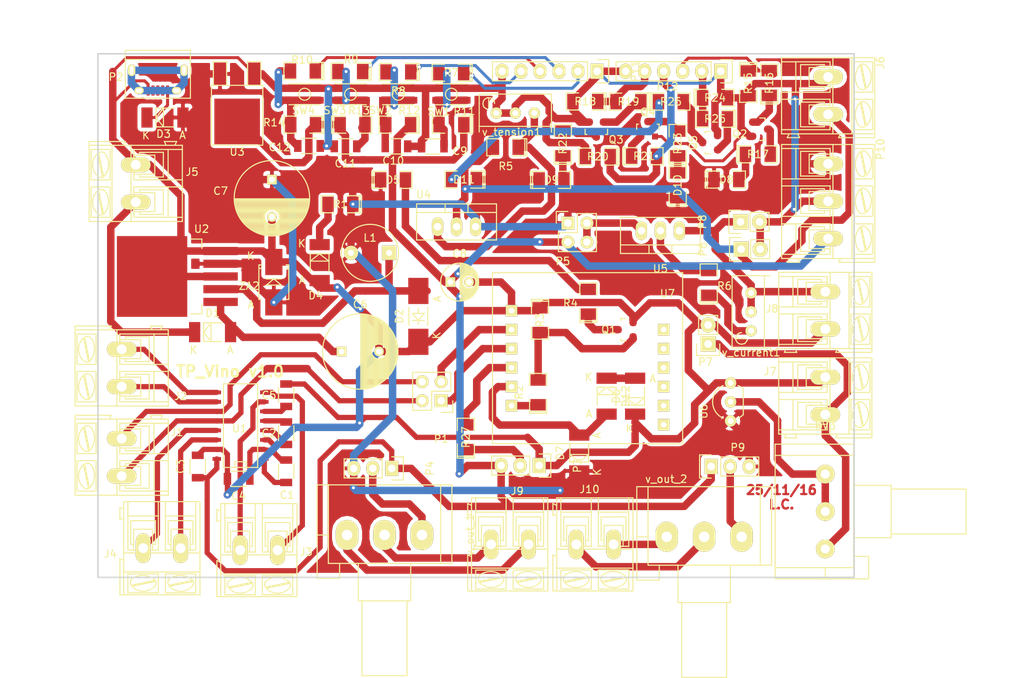
<source format=kicad_pcb>
(kicad_pcb (version 4) (host pcbnew 4.0.2+e4-6225~38~ubuntu14.04.1-stable)
  (title_block (title "Sim800L, F. Corriente Tension Variable, Led&Buttons") (date 2016-11-02) (rev Rev.1.1) (company "Ing. Luis Chico"))
  (layers (0 F.Cu signal) (31 B.Cu mixed) (34 B.Paste user) (35 F.Paste user) (36 B.SilkS user) (37 F.SilkS user) (38 B.Mask user) (39 F.Mask user) (44 Edge.Cuts user))
  (net 0 "")
  (net 1 "Net-(C1-Pad1)")
  (net 2 "Net-(C1-Pad2)")
  (net 3 "Net-(C2-Pad1)")
  (net 4 "Net-(C2-Pad2)")
  (net 5 +3.3V)
  (net 6 GND)
  (net 7 "Net-(C4-Pad1)")
  (net 8 "Net-(C5-Pad1)")
  (net 9 "Net-(C6-Pad1)")
  (net 10 +5V)
  (net 11 "Net-(D4-Pad1)")
  (net 12 "Net-(J1-Pad1)")
  (net 13 "Net-(J1-Pad2)")
  (net 14 "Net-(J2-Pad1)")
  (net 15 "Net-(J2-Pad2)")
  (net 16 "Net-(J3-Pad1)")
  (net 17 "Net-(J3-Pad2)")
  (net 18 "Net-(J4-Pad1)")
  (net 19 "Net-(J4-Pad2)")
  (net 20 "Net-(D1-Pad1)")
  (net 21 "Net-(J7-Pad2)")
  (net 22 "Net-(J9-Pad1)")
  (net 23 "Net-(J9-Pad2)")
  (net 24 "Net-(J10-Pad1)")
  (net 25 "Net-(J10-Pad2)")
  (net 26 /RS232_TTL/TTL_RS232_RXD1)
  (net 27 "Net-(P5-Pad2)")
  (net 28 "Net-(P11-Pad2)")
  (net 29 "Net-(P11-Pad3)")
  (net 30 "Net-(P11-Pad4)")
  (net 31 "Net-(P11-Pad5)")
  (net 32 "Net-(P12-Pad2)")
  (net 33 "Net-(P12-Pad3)")
  (net 34 "Net-(P12-Pad4)")
  (net 35 "Net-(P12-Pad5)")
  (net 36 "Net-(Q1-Pad1)")
  (net 37 "Net-(Q1-Pad3)")
  (net 38 "Net-(R5-Pad1)")
  (net 39 "Net-(R6-Pad1)")
  (net 40 "Net-(R6-Pad2)")
  (net 41 "Net-(C9-Pad1)")
  (net 42 "Net-(C10-Pad1)")
  (net 43 "Net-(C11-Pad1)")
  (net 44 "Net-(C12-Pad1)")
  (net 45 "Net-(D8-Pad2)")
  (net 46 "Net-(D9-Pad2)")
  (net 47 "Net-(D10-Pad2)")
  (net 48 "Net-(D11-Pad2)")
  (net 49 "Net-(D2-Pad2)")
  (net 50 "Net-(D3-Pad1)")
  (net 51 "Net-(P2-Pad2)")
  (net 52 "Net-(P2-Pad3)")
  (net 53 "Net-(P2-Pad4)")
  (net 54 "Net-(P2-Pad6)")
  (net 55 "Net-(RV3-Pad1)")
  (net 56 "Net-(Q2-Pad1)")
  (net 57 "Net-(Q2-Pad3)")
  (net 58 "Net-(Q3-Pad1)")
  (net 59 "Net-(Q3-Pad3)")
  (net 60 "Net-(Q4-Pad1)")
  (net 61 "Net-(Q4-Pad3)")
  (net 62 "Net-(Q5-Pad1)")
  (net 63 "Net-(Q5-Pad3)")
  (net 64 /RS232_TTL/TTL_RS232_TXD1)
  (net 65 "Net-(U7-Pad9)")
  (net 66 "Net-(P3-Pad2)")
  (net 67 "Net-(R2-Pad1)")
  (net 68 "Net-(R27-Pad2)")
  (net 69 "Net-(U7-Pad12)")
  (net 70 "Net-(U7-Pad7)")
  (net 71 "Net-(U7-Pad8)")
  (net 72 "Net-(U7-Pad10)")
  (net 73 "Net-(U7-Pad11)")
  (net 74 "Net-(D12-Pad1)")
  (net 75 "Net-(D12-Pad2)")
  (net 76 /LM35_LM317_POTE/Vout)
  (net 77 /LM35_LM317_POTE/Iout)
  (net 78 "Net-(P9-Pad2)")
  (net 79 "Net-(P4-Pad2)")
  (net 80 "Net-(D5-Pad2)")
  (module Potentiometers:Potentiometer_Alps-RK16-single_largePads (layer F.Cu) (at 191.516 124.968 270)
    (fp_text reference v_out_2 (at -7.7216 10.0711 360) (layer F.SilkS))
    (fp_text value POT)
    (pad 2 thru_hole oval (at 0 5.00126 270) (size 4.0005 2.99974) (drill 1.39954) (layers *.Cu *.Mask F.SilkS) (net 25 "Net-(J10-Pad2)"))
    (pad 3 thru_hole oval (at 0 10.00252 270) (size 4.0005 2.99974) (drill 1.39954) (layers *.Cu *.Mask F.SilkS) (net 24 "Net-(J10-Pad1)"))
    (pad 1 thru_hole oval (at 0 0 270) (size 4.0005 2.99974) (drill 1.39954) (layers *.Cu *.Mask F.SilkS) (net 78 "Net-(P9-Pad2)"))
  )
  (module Pin_Headers:Pin_Header_Straight_2x02 (layer F.Cu) (at 151.384 106.7816 180)
    (fp_text reference P1 (at 0 -5.1 180) (layer F.SilkS))
    (fp_text value JmpSim)
    (pad 1 thru_hole rect (at 0 0 180) (size 1.7272 1.7272) (drill 1.016) (layers *.Cu *.Mask F.SilkS) (net 26 /RS232_TTL/TTL_RS232_RXD1))
    (pad 2 thru_hole oval (at 2.54 0 180) (size 1.7272 1.7272) (drill 1.016) (layers *.Cu *.Mask F.SilkS) (net 12 "Net-(J1-Pad1)"))
    (pad 3 thru_hole oval (at 0 2.54 180) (size 1.7272 1.7272) (drill 1.016) (layers *.Cu *.Mask F.SilkS) (net 64 /RS232_TTL/TTL_RS232_TXD1))
    (pad 4 thru_hole oval (at 2.54 2.54 180) (size 1.7272 1.7272) (drill 1.016) (layers *.Cu *.Mask F.SilkS) (net 13 "Net-(J1-Pad2)"))
  )
  (module TO_SOT_Packages_SMD:SOT-23 (layer F.Cu) (at 176.022 97.282 90)
    (fp_text reference Q1 (at 0 -2.25 180) (layer F.SilkS))
    (fp_text value BC849)
    (pad 1 smd rect (at -0.95 1.00076 90) (size 0.8001 0.8001) (layers F.Cu F.Paste F.Mask) (net 36 "Net-(Q1-Pad1)"))
    (pad 2 smd rect (at 0.95 1.00076 90) (size 0.8001 0.8001) (layers F.Cu F.Paste F.Mask) (net 6 GND))
    (pad 3 smd rect (at 0 -0.99822 90) (size 0.8001 0.8001) (layers F.Cu F.Paste F.Mask) (net 37 "Net-(Q1-Pad3)"))
  )
  (module SMD_Packages:SMD-1206_Pol (layer F.Cu) (at 137.922 80.518 180)
    (fp_text reference R1 (at 0 0 180) (layer F.SilkS))
    (fp_text value 1k)
    (pad 1 smd rect (at -1.651 0 180) (size 1.524 2.032) (layers F.Cu F.Paste F.Mask) (net 10 +5V))
    (pad 2 smd rect (at 1.651 0 180) (size 1.524 2.032) (layers F.Cu F.Paste F.Mask) (net 11 "Net-(D4-Pad1)"))
  )
  (module SMD_Packages:SMD-1206_Pol (layer F.Cu) (at 164.338 105.664 90)
    (fp_text reference R2 (at 0 -2.54 90) (layer F.SilkS))
    (fp_text value R)
    (pad 1 smd rect (at -1.651 0 90) (size 1.524 2.032) (layers F.Cu F.Paste F.Mask) (net 67 "Net-(R2-Pad1)"))
    (pad 2 smd rect (at 1.651 0 90) (size 1.524 2.032) (layers F.Cu F.Paste F.Mask) (net 36 "Net-(Q1-Pad1)"))
  )
  (module SMD_Packages:SMD-1206_Pol (layer F.Cu) (at 164.592 96.012 270)
    (fp_text reference R3 (at 0 0 270) (layer F.SilkS))
    (fp_text value R)
    (pad 1 smd rect (at -1.651 0 270) (size 1.524 2.032) (layers F.Cu F.Paste F.Mask) (net 6 GND))
    (pad 2 smd rect (at 1.651 0 270) (size 1.524 2.032) (layers F.Cu F.Paste F.Mask) (net 36 "Net-(Q1-Pad1)"))
  )
  (module SMD_Packages:SMD-1206_Pol (layer F.Cu) (at 171.0436 93.5482 90)
    (fp_text reference R4 (at -0.1778 -2.3876 180) (layer F.SilkS))
    (fp_text value R)
    (pad 1 smd rect (at -1.651 0 90) (size 1.524 2.032) (layers F.Cu F.Paste F.Mask) (net 37 "Net-(Q1-Pad3)"))
    (pad 2 smd rect (at 1.651 0 90) (size 1.524 2.032) (layers F.Cu F.Paste F.Mask) (net 80 "Net-(D5-Pad2)"))
  )
  (module SMD_Packages:SMD-1206_Pol (layer F.Cu) (at 160.02 72.898 180)
    (fp_text reference R5 (at 0 -2.54 180) (layer F.SilkS))
    (fp_text value R)
    (pad 1 smd rect (at -1.651 0 180) (size 1.524 2.032) (layers F.Cu F.Paste F.Mask) (net 38 "Net-(R5-Pad1)"))
    (pad 2 smd rect (at 1.651 0 180) (size 1.524 2.032) (layers F.Cu F.Paste F.Mask) (net 76 /LM35_LM317_POTE/Vout))
  )
  (module SMD_Packages:SMD-1206_Pol (layer F.Cu) (at 187.1218 91.0336 90)
    (fp_text reference R6 (at -0.4064 2.1082 180) (layer F.SilkS))
    (fp_text value R)
    (pad 1 smd rect (at -1.651 0 90) (size 1.524 2.032) (layers F.Cu F.Paste F.Mask) (net 39 "Net-(R6-Pad1)"))
    (pad 2 smd rect (at 1.651 0 90) (size 1.524 2.032) (layers F.Cu F.Paste F.Mask) (net 40 "Net-(R6-Pad2)"))
  )
  (module SMD_Packages:SMD-1206_Pol (layer F.Cu) (at 152.7302 62.9285 180)
    (fp_text reference R7 (at 0 0 180) (layer F.SilkS))
    (fp_text value 1k)
    (pad 1 smd rect (at -1.651 0 180) (size 1.524 2.032) (layers F.Cu F.Paste F.Mask) (net 28 "Net-(P11-Pad2)"))
    (pad 2 smd rect (at 1.651 0 180) (size 1.524 2.032) (layers F.Cu F.Paste F.Mask) (net 41 "Net-(C9-Pad1)"))
  )
  (module SMD_Packages:SMD-1206_Pol (layer F.Cu) (at 145.669 62.8269 180)
    (fp_text reference R8 (at 0 -2.54 180) (layer F.SilkS))
    (fp_text value 1k)
    (pad 1 smd rect (at -1.651 0 180) (size 1.524 2.032) (layers F.Cu F.Paste F.Mask) (net 31 "Net-(P11-Pad5)"))
    (pad 2 smd rect (at 1.651 0 180) (size 1.524 2.032) (layers F.Cu F.Paste F.Mask) (net 42 "Net-(C10-Pad1)"))
  )
  (module SMD_Packages:SMD-1206_Pol (layer F.Cu) (at 139.2428 62.7761 180)
    (fp_text reference R9 (at -0.1016 1.6129 180) (layer F.SilkS))
    (fp_text value 1k)
    (pad 1 smd rect (at -1.651 0 180) (size 1.524 2.032) (layers F.Cu F.Paste F.Mask) (net 29 "Net-(P11-Pad3)"))
    (pad 2 smd rect (at 1.651 0 180) (size 1.524 2.032) (layers F.Cu F.Paste F.Mask) (net 43 "Net-(C11-Pad1)"))
  )
  (module SMD_Packages:SMD-1206_Pol (layer F.Cu) (at 132.9182 62.6999 180)
    (fp_text reference R10 (at 0.1016 1.4859 180) (layer F.SilkS))
    (fp_text value 1k)
    (pad 1 smd rect (at -1.651 0 180) (size 1.524 2.032) (layers F.Cu F.Paste F.Mask) (net 30 "Net-(P11-Pad4)"))
    (pad 2 smd rect (at 1.651 0 180) (size 1.524 2.032) (layers F.Cu F.Paste F.Mask) (net 44 "Net-(C12-Pad1)"))
  )
  (module SMD_Packages:SMD-1206_Pol (layer F.Cu) (at 152.7556 69.8754 180)
    (fp_text reference R11 (at -1.7272 1.8034 180) (layer F.SilkS))
    (fp_text value 10k)
    (pad 1 smd rect (at -1.651 0 180) (size 1.524 2.032) (layers F.Cu F.Paste F.Mask) (net 5 +3.3V))
    (pad 2 smd rect (at 1.651 0 180) (size 1.524 2.032) (layers F.Cu F.Paste F.Mask) (net 41 "Net-(C9-Pad1)"))
  )
  (module SMD_Packages:SMD-1206_Pol (layer F.Cu) (at 145.6436 69.8754 180)
    (fp_text reference R12 (at -1.4732 1.8796 180) (layer F.SilkS))
    (fp_text value 10k)
    (pad 1 smd rect (at -1.651 0 180) (size 1.524 2.032) (layers F.Cu F.Paste F.Mask) (net 5 +3.3V))
    (pad 2 smd rect (at 1.651 0 180) (size 1.524 2.032) (layers F.Cu F.Paste F.Mask) (net 42 "Net-(C10-Pad1)"))
  )
  (module SMD_Packages:SMD-1206_Pol (layer F.Cu) (at 139.5476 69.8754)
    (fp_text reference R13 (at 0.8636 -1.8796) (layer F.SilkS))
    (fp_text value 10k)
    (pad 1 smd rect (at -1.651 0) (size 1.524 2.032) (layers F.Cu F.Paste F.Mask) (net 5 +3.3V))
    (pad 2 smd rect (at 1.651 0) (size 1.524 2.032) (layers F.Cu F.Paste F.Mask) (net 43 "Net-(C11-Pad1)"))
  )
  (module SMD_Packages:SMD-1206_Pol (layer F.Cu) (at 132.9436 69.8754 180)
    (fp_text reference R14 (at 3.8862 0.2794 180) (layer F.SilkS))
    (fp_text value 10k)
    (pad 1 smd rect (at -1.651 0 180) (size 1.524 2.032) (layers F.Cu F.Paste F.Mask) (net 5 +3.3V))
    (pad 2 smd rect (at 1.651 0 180) (size 1.524 2.032) (layers F.Cu F.Paste F.Mask) (net 44 "Net-(C12-Pad1)"))
  )
  (module SMD_Packages:SMD-1206_Pol (layer F.Cu) (at 192.3923 64.3509 270)
    (fp_text reference R15 (at 0 0 270) (layer F.SilkS))
    (fp_text value 330k)
    (pad 1 smd rect (at -1.651 0 270) (size 1.524 2.032) (layers F.Cu F.Paste F.Mask) (net 33 "Net-(P12-Pad3)"))
    (pad 2 smd rect (at 1.651 0 270) (size 1.524 2.032) (layers F.Cu F.Paste F.Mask) (net 6 GND))
  )
  (module SMD_Packages:SMD-1206_Pol (layer F.Cu) (at 195.2117 64.3128 90)
    (fp_text reference R16 (at 0 0 90) (layer F.SilkS))
    (fp_text value 10k)
    (pad 1 smd rect (at -1.651 0 90) (size 1.524 2.032) (layers F.Cu F.Paste F.Mask) (net 56 "Net-(Q2-Pad1)"))
    (pad 2 smd rect (at 1.651 0 90) (size 1.524 2.032) (layers F.Cu F.Paste F.Mask) (net 33 "Net-(P12-Pad3)"))
  )
  (module SMD_Packages:SMD-1206_Pol (layer F.Cu) (at 193.6877 73.8378)
    (fp_text reference R17 (at 0 0) (layer F.SilkS))
    (fp_text value 680)
    (pad 1 smd rect (at -1.651 0) (size 1.524 2.032) (layers F.Cu F.Paste F.Mask) (net 45 "Net-(D8-Pad2)"))
    (pad 2 smd rect (at 1.651 0) (size 1.524 2.032) (layers F.Cu F.Paste F.Mask) (net 57 "Net-(Q2-Pad3)"))
  )
  (module SMD_Packages:SMD-1206_Pol (layer F.Cu) (at 170.6372 66.7766 180)
    (fp_text reference R18 (at 0 0 180) (layer F.SilkS))
    (fp_text value 330k)
    (pad 1 smd rect (at -1.651 0 180) (size 1.524 2.032) (layers F.Cu F.Paste F.Mask) (net 35 "Net-(P12-Pad5)"))
    (pad 2 smd rect (at 1.651 0 180) (size 1.524 2.032) (layers F.Cu F.Paste F.Mask) (net 6 GND))
  )
  (module SMD_Packages:SMD-1206_Pol (layer F.Cu) (at 176.403 66.802 180)
    (fp_text reference R19 (at 0 0 180) (layer F.SilkS))
    (fp_text value 10k)
    (pad 1 smd rect (at -1.651 0 180) (size 1.524 2.032) (layers F.Cu F.Paste F.Mask) (net 58 "Net-(Q3-Pad1)"))
    (pad 2 smd rect (at 1.651 0 180) (size 1.524 2.032) (layers F.Cu F.Paste F.Mask) (net 35 "Net-(P12-Pad5)"))
  )
  (module SMD_Packages:SMD-1206_Pol (layer F.Cu) (at 172.3136 74.1426 180)
    (fp_text reference R20 (at 0 0 180) (layer F.SilkS))
    (fp_text value 330k)
    (pad 1 smd rect (at -1.651 0 180) (size 1.524 2.032) (layers F.Cu F.Paste F.Mask) (net 34 "Net-(P12-Pad4)"))
    (pad 2 smd rect (at 1.651 0 180) (size 1.524 2.032) (layers F.Cu F.Paste F.Mask) (net 6 GND))
  )
  (module SMD_Packages:SMD-1206_Pol (layer F.Cu) (at 178.4858 74.0918)
    (fp_text reference R21 (at 0 0) (layer F.SilkS))
    (fp_text value 10k)
    (pad 1 smd rect (at -1.651 0) (size 1.524 2.032) (layers F.Cu F.Paste F.Mask) (net 60 "Net-(Q4-Pad1)"))
    (pad 2 smd rect (at 1.651 0) (size 1.524 2.032) (layers F.Cu F.Paste F.Mask) (net 34 "Net-(P12-Pad4)"))
  )
  (module SMD_Packages:SMD-1206_Pol (layer F.Cu) (at 167.64 72.39 90)
    (fp_text reference R22 (at 0 0 90) (layer F.SilkS))
    (fp_text value 680)
    (pad 1 smd rect (at -1.651 0 90) (size 1.524 2.032) (layers F.Cu F.Paste F.Mask) (net 46 "Net-(D9-Pad2)"))
    (pad 2 smd rect (at 1.651 0 90) (size 1.524 2.032) (layers F.Cu F.Paste F.Mask) (net 59 "Net-(Q3-Pad3)"))
  )
  (module SMD_Packages:SMD-1206_Pol (layer F.Cu) (at 182.9816 72.39 90)
    (fp_text reference R23 (at 0 0 90) (layer F.SilkS))
    (fp_text value 680)
    (pad 1 smd rect (at -1.651 0 90) (size 1.524 2.032) (layers F.Cu F.Paste F.Mask) (net 47 "Net-(D10-Pad2)"))
    (pad 2 smd rect (at 1.651 0 90) (size 1.524 2.032) (layers F.Cu F.Paste F.Mask) (net 61 "Net-(Q4-Pad3)"))
  )
  (module SMD_Packages:SMD-1206_Pol (layer F.Cu) (at 187.96 66.294)
    (fp_text reference R24 (at 0 0) (layer F.SilkS))
    (fp_text value 330k)
    (pad 1 smd rect (at -1.651 0) (size 1.524 2.032) (layers F.Cu F.Paste F.Mask) (net 32 "Net-(P12-Pad2)"))
    (pad 2 smd rect (at 1.651 0) (size 1.524 2.032) (layers F.Cu F.Paste F.Mask) (net 6 GND))
  )
  (module SMD_Packages:SMD-1206_Pol (layer F.Cu) (at 187.96 69.088 180)
    (fp_text reference R25 (at 0 0 180) (layer F.SilkS))
    (fp_text value 10k)
    (pad 1 smd rect (at -1.651 0 180) (size 1.524 2.032) (layers F.Cu F.Paste F.Mask) (net 62 "Net-(Q5-Pad1)"))
    (pad 2 smd rect (at 1.651 0 180) (size 1.524 2.032) (layers F.Cu F.Paste F.Mask) (net 32 "Net-(P12-Pad2)"))
  )
  (module SMD_Packages:SMD-1206_Pol (layer F.Cu) (at 182.0672 66.802)
    (fp_text reference R26 (at 0 0) (layer F.SilkS))
    (fp_text value 680)
    (pad 1 smd rect (at -1.651 0) (size 1.524 2.032) (layers F.Cu F.Paste F.Mask) (net 48 "Net-(D11-Pad2)"))
    (pad 2 smd rect (at 1.651 0) (size 1.524 2.032) (layers F.Cu F.Paste F.Mask) (net 63 "Net-(Q5-Pad3)"))
  )
  (module Potentiometers:Potentiometer_Alps-RK16-single_largePads (layer F.Cu) (at 148.8186 124.7267 270)
    (fp_text reference v_out_1 (at 0 -6.42874 270) (layer F.SilkS))
    (fp_text value POT)
    (pad 2 thru_hole oval (at 0 5.00126 270) (size 4.0005 2.99974) (drill 1.39954) (layers *.Cu *.Mask F.SilkS) (net 23 "Net-(J9-Pad2)"))
    (pad 3 thru_hole oval (at 0 10.00252 270) (size 4.0005 2.99974) (drill 1.39954) (layers *.Cu *.Mask F.SilkS) (net 22 "Net-(J9-Pad1)"))
    (pad 1 thru_hole oval (at 0 0 270) (size 4.0005 2.99974) (drill 1.39954) (layers *.Cu *.Mask F.SilkS) (net 79 "Net-(P4-Pad2)"))
  )
  (module Inductors:INDUCTOR_V (layer F.Cu) (at 141.8844 87.0077 180)
    (fp_text reference L1 (at 0 1.99898 180) (layer F.SilkS))
    (fp_text value 100uH)
    (pad 1 thru_hole rect (at -2.54 0 180) (size 1.905 1.905) (drill 0.8128) (layers *.Cu *.Mask F.SilkS) (net 49 "Net-(D2-Pad2)"))
    (pad 2 thru_hole circle (at 2.54 0 180) (size 1.905 1.905) (drill 0.8128) (layers *.Cu *.Mask F.SilkS) (net 10 +5V))
  )
  (module Connect:USB_Micro-B (layer F.Cu) (at 113.538 63.754 180)
    (fp_text reference P2 (at 5.588 0.254 180) (layer F.SilkS))
    (fp_text value USB_OTG)
    (pad 1 smd rect (at -1.3009 -1.56254 270) (size 1.35 0.4) (layers F.Cu F.Paste F.Mask) (net 50 "Net-(D3-Pad1)"))
    (pad 2 smd rect (at -0.6509 -1.56254 270) (size 1.35 0.4) (layers F.Cu F.Paste F.Mask) (net 51 "Net-(P2-Pad2)"))
    (pad 3 smd rect (at -0.0009 -1.56254 270) (size 1.35 0.4) (layers F.Cu F.Paste F.Mask) (net 52 "Net-(P2-Pad3)"))
    (pad 4 smd rect (at 0.6491 -1.56254 270) (size 1.35 0.4) (layers F.Cu F.Paste F.Mask) (net 53 "Net-(P2-Pad4)"))
    (pad 5 smd rect (at 1.2991 -1.56254 270) (size 1.35 0.4) (layers F.Cu F.Paste F.Mask) (net 6 GND))
    (pad 6 thru_hole oval (at -2.5009 -1.56254 270) (size 0.95 1.25) (drill oval 0.55 0.85) (layers *.Cu *.Mask F.SilkS) (net 54 "Net-(P2-Pad6)"))
    (pad 6 thru_hole oval (at 2.4991 -1.56254 270) (size 0.95 1.25) (drill oval 0.55 0.85) (layers *.Cu *.Mask F.SilkS) (net 54 "Net-(P2-Pad6)"))
    (pad 6 thru_hole oval (at -3.5009 1.13746 270) (size 1.55 1) (drill oval 1.15 0.5) (layers *.Cu *.Mask F.SilkS) (net 54 "Net-(P2-Pad6)"))
    (pad 6 thru_hole oval (at 3.4991 1.13746 270) (size 1.55 1) (drill oval 1.15 0.5) (layers *.Cu *.Mask F.SilkS) (net 54 "Net-(P2-Pad6)"))
  )
  (module Potentiometers:Potentiometer_Alps-RK16-single (layer F.Cu) (at 202.692 116.586)
    (fp_text reference RV3 (at 0 -6.42874) (layer F.SilkS))
    (fp_text value POT)
    (pad 2 thru_hole circle (at 0 5.00126) (size 2.49936 2.49936) (drill 1.19888) (layers *.Cu *.Mask F.SilkS) (net 55 "Net-(RV3-Pad1)"))
    (pad 3 thru_hole circle (at 0 10.00252) (size 2.49936 2.49936) (drill 1.19888) (layers *.Cu *.Mask F.SilkS) (net 21 "Net-(J7-Pad2)"))
    (pad 1 thru_hole circle (at 0 0) (size 2.49936 2.49936) (drill 1.19888) (layers *.Cu *.Mask F.SilkS) (net 55 "Net-(RV3-Pad1)"))
  )
  (module SMD_Packages:SO-16-N (layer F.Cu) (at 124.587 110.109 90)
    (fp_text reference U1 (at -0.381 -0.127 180) (layer F.SilkS))
    (fp_text value ST3232E)
    (pad 16 smd rect (at -4.445 -3.175 90) (size 0.508 1.143) (layers F.Cu F.Paste F.Mask) (net 5 +3.3V))
    (pad 14 smd rect (at -1.905 -3.175 90) (size 0.508 1.143) (layers F.Cu F.Paste F.Mask) (net 18 "Net-(J4-Pad1)"))
    (pad 13 smd rect (at -0.635 -3.175 90) (size 0.508 1.143) (layers F.Cu F.Paste F.Mask) (net 19 "Net-(J4-Pad2)"))
    (pad 12 smd rect (at 0.635 -3.175 90) (size 0.508 1.143) (layers F.Cu F.Paste F.Mask) (net 12 "Net-(J1-Pad1)"))
    (pad 11 smd rect (at 1.905 -3.175 90) (size 0.508 1.143) (layers F.Cu F.Paste F.Mask) (net 13 "Net-(J1-Pad2)"))
    (pad 10 smd rect (at 3.175 -3.175 90) (size 0.508 1.143) (layers F.Cu F.Paste F.Mask) (net 14 "Net-(J2-Pad1)"))
    (pad 9 smd rect (at 4.445 -3.175 90) (size 0.508 1.143) (layers F.Cu F.Paste F.Mask) (net 15 "Net-(J2-Pad2)"))
    (pad 8 smd rect (at 4.445 3.175 90) (size 0.508 1.143) (layers F.Cu F.Paste F.Mask) (net 16 "Net-(J3-Pad1)"))
    (pad 7 smd rect (at 3.175 3.175 90) (size 0.508 1.143) (layers F.Cu F.Paste F.Mask) (net 17 "Net-(J3-Pad2)"))
    (pad 6 smd rect (at 1.905 3.175 90) (size 0.508 1.143) (layers F.Cu F.Paste F.Mask) (net 8 "Net-(C5-Pad1)"))
    (pad 5 smd rect (at 0.635 3.175 90) (size 0.508 1.143) (layers F.Cu F.Paste F.Mask) (net 4 "Net-(C2-Pad2)"))
    (pad 4 smd rect (at -0.635 3.175 90) (size 0.508 1.143) (layers F.Cu F.Paste F.Mask) (net 3 "Net-(C2-Pad1)"))
    (pad 3 smd rect (at -1.905 3.175 90) (size 0.508 1.143) (layers F.Cu F.Paste F.Mask) (net 2 "Net-(C1-Pad2)"))
    (pad 2 smd rect (at -3.175 3.175 90) (size 0.508 1.143) (layers F.Cu F.Paste F.Mask) (net 7 "Net-(C4-Pad1)"))
    (pad 1 smd rect (at -4.445 3.175 90) (size 0.508 1.143) (layers F.Cu F.Paste F.Mask) (net 1 "Net-(C1-Pad1)"))
    (pad 15 smd rect (at -3.175 -3.175 90) (size 0.508 1.143) (layers F.Cu F.Paste F.Mask) (net 6 GND))
  )
  (module TO_SOT_Packages_THT:TO-92_Inline_Wide (layer F.Cu) (at 190.0428 109.474 90)
    (fp_text reference U6 (at 1.27 -3.6068 270) (layer F.SilkS))
    (fp_text value LM35-LP)
    (pad 2 thru_hole circle (at 2.54 0 180) (size 1.524 1.524) (drill 0.8) (layers *.Cu *.Mask F.SilkS) (net 55 "Net-(RV3-Pad1)"))
    (pad 3 thru_hole circle (at 5.08 0 180) (size 1.524 1.524) (drill 0.8) (layers *.Cu *.Mask F.SilkS) (net 6 GND))
    (pad 1 thru_hole circle (at 0 0 180) (size 1.524 1.524) (drill 0.8) (layers *.Cu *.Mask F.SilkS) (net 10 +5V))
  )
  (module Diodes_SMD:SMB_Handsoldering (layer F.Cu) (at 129.032 90.932 270)
    (fp_text reference ZA2 (at 0.508 3.302 360) (layer F.SilkS))
    (fp_text value SMAZ5V6)
    (fp_text user K (at -3.5 3.1 360) (layer F.SilkS))
    (fp_text user A (at 3 3.05 360) (layer F.SilkS))
    (pad 1 smd rect (at -2.70002 0 270) (size 3.50012 2.30124) (layers F.Cu F.Paste F.Mask) (net 6 GND))
    (pad 2 smd rect (at 2.70002 0 270) (size 3.50012 2.30124) (layers F.Cu F.Paste F.Mask) (net 10 +5V))
  )
  (module Buttons_Switches_SMD:SW_SPST_KMR2 (layer F.Cu) (at 152.7556 65.8114 180)
    (fp_text reference SW1 (at 1.6764 -2.286 180) (layer F.SilkS))
    (fp_text value TEC_1)
    (pad 1 smd rect (at -2.05 -0.8 270) (size 0.9 1) (layers F.Cu F.Paste F.Mask) (net 41 "Net-(C9-Pad1)"))
    (pad 2 smd rect (at -2.05 0.8 270) (size 0.9 1) (layers F.Cu F.Paste F.Mask) (net 6 GND))
    (pad 1 smd rect (at 2.05 -0.8 270) (size 0.9 1) (layers F.Cu F.Paste F.Mask) (net 41 "Net-(C9-Pad1)"))
    (pad 2 smd rect (at 2.05 0.8 270) (size 0.9 1) (layers F.Cu F.Paste F.Mask) (net 6 GND))
  )
  (module Buttons_Switches_SMD:SW_SPST_KMR2 (layer F.Cu) (at 145.6436 65.8114 180)
    (fp_text reference SW2 (at 2.413 -2.159 180) (layer F.SilkS))
    (fp_text value TEC_1)
    (pad 1 smd rect (at -2.05 -0.8 270) (size 0.9 1) (layers F.Cu F.Paste F.Mask) (net 42 "Net-(C10-Pad1)"))
    (pad 2 smd rect (at -2.05 0.8 270) (size 0.9 1) (layers F.Cu F.Paste F.Mask) (net 6 GND))
    (pad 1 smd rect (at 2.05 -0.8 270) (size 0.9 1) (layers F.Cu F.Paste F.Mask) (net 42 "Net-(C10-Pad1)"))
    (pad 2 smd rect (at 2.05 0.8 270) (size 0.9 1) (layers F.Cu F.Paste F.Mask) (net 6 GND))
  )
  (module Buttons_Switches_SMD:SW_SPST_KMR2 (layer F.Cu) (at 139.2936 65.8114 180)
    (fp_text reference SW3 (at 2.1082 -2.159 180) (layer F.SilkS))
    (fp_text value TEC_1)
    (pad 1 smd rect (at -2.05 -0.8 270) (size 0.9 1) (layers F.Cu F.Paste F.Mask) (net 43 "Net-(C11-Pad1)"))
    (pad 2 smd rect (at -2.05 0.8 270) (size 0.9 1) (layers F.Cu F.Paste F.Mask) (net 6 GND))
    (pad 1 smd rect (at 2.05 -0.8 270) (size 0.9 1) (layers F.Cu F.Paste F.Mask) (net 43 "Net-(C11-Pad1)"))
    (pad 2 smd rect (at 2.05 0.8 270) (size 0.9 1) (layers F.Cu F.Paste F.Mask) (net 6 GND))
  )
  (module Buttons_Switches_SMD:SW_SPST_KMR2 (layer F.Cu) (at 133.1468 65.8114 180)
    (fp_text reference SW4 (at 0.1524 -2.159 180) (layer F.SilkS))
    (fp_text value TEC_1)
    (pad 1 smd rect (at -2.05 -0.8 270) (size 0.9 1) (layers F.Cu F.Paste F.Mask) (net 44 "Net-(C12-Pad1)"))
    (pad 2 smd rect (at -2.05 0.8 270) (size 0.9 1) (layers F.Cu F.Paste F.Mask) (net 6 GND))
    (pad 1 smd rect (at 2.05 -0.8 270) (size 0.9 1) (layers F.Cu F.Paste F.Mask) (net 44 "Net-(C12-Pad1)"))
    (pad 2 smd rect (at 2.05 0.8 270) (size 0.9 1) (layers F.Cu F.Paste F.Mask) (net 6 GND))
  )
  (module TO_SOT_Packages_SMD:TO-263-5Lead (layer F.Cu) (at 121.92 90.17 180)
    (fp_text reference U2 (at 2.54 6.35 360) (layer F.SilkS))
    (fp_text value LM2576HVS-5)
    (pad 5 smd rect (at 0 3.4 180) (size 4.6 1.1) (layers F.Cu F.Paste F.Mask) (net 6 GND))
    (pad 4 smd rect (at 0 1.7 180) (size 4.6 1.1) (layers F.Cu F.Paste F.Mask) (net 10 +5V))
    (pad 2 smd rect (at 0 -1.7 180) (size 4.6 1.1) (layers F.Cu F.Paste F.Mask) (net 49 "Net-(D2-Pad2)"))
    (pad 3 smd rect (at 9.15 0 180) (size 9.4 10.8) (layers F.Cu F.Paste F.Mask) (net 6 GND))
    (pad 3 smd rect (at 0 0 180) (size 4.6 1.1) (layers F.Cu F.Paste F.Mask) (net 6 GND))
    (pad 1 smd rect (at 0 -3.4 180) (size 4.6 1.1) (layers F.Cu F.Paste F.Mask) (net 9 "Net-(C6-Pad1)"))
  )
  (module Pin_Headers:Pin_Header_Straight_1x06 (layer F.Cu) (at 172.212 62.738 270)
    (fp_text reference P11 (at 0 -5.1 270) (layer F.SilkS))
    (fp_text value SwPins)
    (pad 1 thru_hole rect (at 0 0 270) (size 2.032 1.7272) (drill 1.016) (layers *.Cu *.Mask F.SilkS) (net 6 GND))
    (pad 2 thru_hole oval (at 0 2.54 270) (size 2.032 1.7272) (drill 1.016) (layers *.Cu *.Mask F.SilkS) (net 28 "Net-(P11-Pad2)"))
    (pad 3 thru_hole oval (at 0 5.08 270) (size 2.032 1.7272) (drill 1.016) (layers *.Cu *.Mask F.SilkS) (net 29 "Net-(P11-Pad3)"))
    (pad 4 thru_hole oval (at 0 7.62 270) (size 2.032 1.7272) (drill 1.016) (layers *.Cu *.Mask F.SilkS) (net 30 "Net-(P11-Pad4)"))
    (pad 5 thru_hole oval (at 0 10.16 270) (size 2.032 1.7272) (drill 1.016) (layers *.Cu *.Mask F.SilkS) (net 31 "Net-(P11-Pad5)"))
    (pad 6 thru_hole oval (at 0 12.7 270) (size 2.032 1.7272) (drill 1.016) (layers *.Cu *.Mask F.SilkS) (net 6 GND))
  )
  (module Pin_Headers:Pin_Header_Straight_1x06 (layer F.Cu) (at 188.722 62.738 270)
    (fp_text reference P12 (at 2.032 7.112 360) (layer F.SilkS))
    (fp_text value PinLeds)
    (pad 1 thru_hole rect (at 0 0 270) (size 2.032 1.7272) (drill 1.016) (layers *.Cu *.Mask F.SilkS) (net 6 GND))
    (pad 2 thru_hole oval (at 0 2.54 270) (size 2.032 1.7272) (drill 1.016) (layers *.Cu *.Mask F.SilkS) (net 32 "Net-(P12-Pad2)"))
    (pad 3 thru_hole oval (at 0 5.08 270) (size 2.032 1.7272) (drill 1.016) (layers *.Cu *.Mask F.SilkS) (net 33 "Net-(P12-Pad3)"))
    (pad 4 thru_hole oval (at 0 7.62 270) (size 2.032 1.7272) (drill 1.016) (layers *.Cu *.Mask F.SilkS) (net 34 "Net-(P12-Pad4)"))
    (pad 5 thru_hole oval (at 0 10.16 270) (size 2.032 1.7272) (drill 1.016) (layers *.Cu *.Mask F.SilkS) (net 35 "Net-(P12-Pad5)"))
    (pad 6 thru_hole oval (at 0 12.7 270) (size 2.032 1.7272) (drill 1.016) (layers *.Cu *.Mask F.SilkS) (net 6 GND))
  )
  (module TO_SOT_Packages_SMD:SOT-23 (layer F.Cu) (at 193.9925 70.485 270)
    (fp_text reference Q2 (at 0.635 2.7305 360) (layer F.SilkS))
    (fp_text value BC849)
    (pad 1 smd rect (at -0.95 1.00076 270) (size 0.8001 0.8001) (layers F.Cu F.Paste F.Mask) (net 56 "Net-(Q2-Pad1)"))
    (pad 2 smd rect (at 0.95 1.00076 270) (size 0.8001 0.8001) (layers F.Cu F.Paste F.Mask) (net 6 GND))
    (pad 3 smd rect (at 0 -0.99822 270) (size 0.8001 0.8001) (layers F.Cu F.Paste F.Mask) (net 57 "Net-(Q2-Pad3)"))
  )
  (module TO_SOT_Packages_SMD:SOT-23 (layer F.Cu) (at 172.1104 70.5358 180)
    (fp_text reference Q3 (at -2.6416 -1.3462 180) (layer F.SilkS))
    (fp_text value BC849)
    (pad 1 smd rect (at -0.95 1.00076 180) (size 0.8001 0.8001) (layers F.Cu F.Paste F.Mask) (net 58 "Net-(Q3-Pad1)"))
    (pad 2 smd rect (at 0.95 1.00076 180) (size 0.8001 0.8001) (layers F.Cu F.Paste F.Mask) (net 6 GND))
    (pad 3 smd rect (at 0 -0.99822 180) (size 0.8001 0.8001) (layers F.Cu F.Paste F.Mask) (net 59 "Net-(Q3-Pad3)"))
  )
  (module TO_SOT_Packages_SMD:SOT-23 (layer F.Cu) (at 178.9938 70.4596)
    (fp_text reference Q4 (at 0 -2.25) (layer F.SilkS))
    (fp_text value BC849)
    (pad 1 smd rect (at -0.95 1.00076) (size 0.8001 0.8001) (layers F.Cu F.Paste F.Mask) (net 60 "Net-(Q4-Pad1)"))
    (pad 2 smd rect (at 0.95 1.00076) (size 0.8001 0.8001) (layers F.Cu F.Paste F.Mask) (net 6 GND))
    (pad 3 smd rect (at 0 -0.99822) (size 0.8001 0.8001) (layers F.Cu F.Paste F.Mask) (net 61 "Net-(Q4-Pad3)"))
  )
  (module TO_SOT_Packages_SMD:SOT-23 (layer F.Cu) (at 187.2996 72.2884 90)
    (fp_text reference Q5 (at 0 -2.25 90) (layer F.SilkS))
    (fp_text value BC849)
    (pad 1 smd rect (at -0.95 1.00076 90) (size 0.8001 0.8001) (layers F.Cu F.Paste F.Mask) (net 62 "Net-(Q5-Pad1)"))
    (pad 2 smd rect (at 0.95 1.00076 90) (size 0.8001 0.8001) (layers F.Cu F.Paste F.Mask) (net 6 GND))
    (pad 3 smd rect (at 0 -0.99822 90) (size 0.8001 0.8001) (layers F.Cu F.Paste F.Mask) (net 63 "Net-(Q5-Pad3)"))
  )
  (module Pin_Headers:Pin_Header_Straight_2x02 (layer F.Cu) (at 168.3131 83.0326)
    (fp_text reference P5 (at -0.6731 5.1054) (layer F.SilkS))
    (fp_text value C.reg.in)
    (pad 1 thru_hole rect (at 0 0) (size 1.7272 1.7272) (drill 1.016) (layers *.Cu *.Mask F.SilkS) (net 10 +5V))
    (pad 2 thru_hole oval (at 2.54 0) (size 1.7272 1.7272) (drill 1.016) (layers *.Cu *.Mask F.SilkS) (net 27 "Net-(P5-Pad2)"))
    (pad 3 thru_hole oval (at 0 2.54) (size 1.7272 1.7272) (drill 1.016) (layers *.Cu *.Mask F.SilkS) (net 5 +3.3V))
    (pad 4 thru_hole oval (at 2.54 2.54) (size 1.7272 1.7272) (drill 1.016) (layers *.Cu *.Mask F.SilkS) (net 27 "Net-(P5-Pad2)"))
  )
  (module Pin_Headers:Pin_Header_Straight_1x02 (layer F.Cu) (at 191.4525 86.5251 90)
    (fp_text reference P6 (at 0 -5.1 90) (layer F.SilkS))
    (fp_text value V_regOut)
    (pad 1 thru_hole rect (at 0 0 90) (size 2.032 2.032) (drill 1.016) (layers *.Cu *.Mask F.SilkS) (net 76 /LM35_LM317_POTE/Vout))
    (pad 2 thru_hole oval (at 0 2.54 90) (size 2.032 2.032) (drill 1.016) (layers *.Cu *.Mask F.SilkS) (net 6 GND))
  )
  (module Pin_Headers:Pin_Header_Straight_1x02 (layer F.Cu) (at 187.0456 99.187 180)
    (fp_text reference P7 (at 0.3556 -2.413 180) (layer F.SilkS))
    (fp_text value Temp_Out)
    (pad 1 thru_hole rect (at 0 0 180) (size 2.032 2.032) (drill 1.016) (layers *.Cu *.Mask F.SilkS) (net 21 "Net-(J7-Pad2)"))
    (pad 2 thru_hole oval (at 0 2.54 180) (size 2.032 2.032) (drill 1.016) (layers *.Cu *.Mask F.SilkS) (net 6 GND))
  )
  (module Pin_Headers:Pin_Header_Straight_1x02 (layer F.Cu) (at 191.3763 82.8675 90)
    (fp_text reference P8 (at 0 -5.1 90) (layer F.SilkS))
    (fp_text value C_RegOut)
    (pad 1 thru_hole rect (at 0 0 90) (size 2.032 2.032) (drill 1.016) (layers *.Cu *.Mask F.SilkS) (net 77 /LM35_LM317_POTE/Iout))
    (pad 2 thru_hole oval (at 0 2.54 90) (size 2.032 2.032) (drill 1.016) (layers *.Cu *.Mask F.SilkS) (net 6 GND))
  )
  (module sim800L_ok:sim (layer F.Cu) (at 170.942 102.362)
    (fp_text reference U7 (at 10.668 -9.906) (layer F.SilkS))
    (fp_text value SIM800L)
    (pad 12 thru_hole rect (at 10.16 7.62) (size 1.524 1.524) (drill 0.762) (layers *.Cu *.Mask F.SilkS) (net 69 "Net-(U7-Pad12)"))
    (pad 1 thru_hole rect (at -10.16 5.08) (size 1.524 1.524) (drill 0.762) (layers *.Cu *.Mask F.SilkS) (net 67 "Net-(R2-Pad1)"))
    (pad 2 thru_hole rect (at -10.16 2.54) (size 1.524 1.524) (drill 0.762) (layers *.Cu *.Mask F.SilkS) (net 75 "Net-(D12-Pad2)"))
    (pad 3 thru_hole rect (at -10.16 0) (size 1.524 1.524) (drill 0.762) (layers *.Cu *.Mask F.SilkS) (net 68 "Net-(R27-Pad2)"))
    (pad 4 thru_hole rect (at -10.16 -2.54) (size 1.524 1.524) (drill 0.762) (layers *.Cu *.Mask F.SilkS) (net 26 /RS232_TTL/TTL_RS232_RXD1))
    (pad 5 thru_hole rect (at -10.16 -5.08) (size 1.524 1.524) (drill 0.762) (layers *.Cu *.Mask F.SilkS) (net 64 /RS232_TTL/TTL_RS232_TXD1))
    (pad 6 thru_hole rect (at -10.16 -7.62) (size 1.524 1.524) (drill 0.762) (layers *.Cu *.Mask F.SilkS) (net 6 GND))
    (pad 7 thru_hole rect (at 10.16 -5.08) (size 1.524 1.524) (drill 0.762) (layers *.Cu *.Mask F.SilkS) (net 70 "Net-(U7-Pad7)"))
    (pad 8 thru_hole rect (at 10.16 -2.54) (size 1.524 1.524) (drill 0.762) (layers *.Cu *.Mask F.SilkS) (net 71 "Net-(U7-Pad8)"))
    (pad 9 thru_hole rect (at 10.16 0) (size 1.524 1.524) (drill 0.762) (layers *.Cu *.Mask F.SilkS) (net 65 "Net-(U7-Pad9)"))
    (pad 10 thru_hole rect (at 10.16 2.54) (size 1.524 1.524) (drill 0.762) (layers *.Cu *.Mask F.SilkS) (net 72 "Net-(U7-Pad10)"))
    (pad 11 thru_hole rect (at 10.16 5.08) (size 1.524 1.524) (drill 0.762) (layers *.Cu *.Mask F.SilkS) (net 73 "Net-(U7-Pad11)"))
  )
  (module Pin_Headers:Pin_Header_Straight_1x03 (layer F.Cu) (at 164.4777 115.443 270)
    (fp_text reference P3 (at 0 -5.1 270) (layer F.SilkS))
    (fp_text value UartSim)
    (pad 1 thru_hole rect (at 0 0 270) (size 2.032 1.7272) (drill 1.016) (layers *.Cu *.Mask F.SilkS) (net 6 GND))
    (pad 2 thru_hole oval (at 0 2.54 270) (size 2.032 1.7272) (drill 1.016) (layers *.Cu *.Mask F.SilkS) (net 66 "Net-(P3-Pad2)"))
    (pad 3 thru_hole oval (at 0 5.08 270) (size 2.032 1.7272) (drill 1.016) (layers *.Cu *.Mask F.SilkS) (net 5 +3.3V))
  )
  (module SMD_Packages:SMD-1206_Pol (layer F.Cu) (at 154.686 111.6584 90)
    (fp_text reference R27 (at 0 0 90) (layer F.SilkS))
    (fp_text value R)
    (pad 1 smd rect (at -1.651 0 90) (size 1.524 2.032) (layers F.Cu F.Paste F.Mask) (net 66 "Net-(P3-Pad2)"))
    (pad 2 smd rect (at 1.651 0 90) (size 1.524 2.032) (layers F.Cu F.Paste F.Mask) (net 68 "Net-(R27-Pad2)"))
  )
  (module Capacitors_SMD:C_1206 (layer F.Cu) (at 130.683 116.205 90)
    (fp_text reference C1 (at -3.175 0.127 180) (layer F.SilkS))
    (fp_text value 100nF)
    (pad 1 smd rect (at -1.5 0 90) (size 1 1.6) (layers F.Cu F.Paste F.Mask) (net 1 "Net-(C1-Pad1)"))
    (pad 2 smd rect (at 1.5 0 90) (size 1 1.6) (layers F.Cu F.Paste F.Mask) (net 2 "Net-(C1-Pad2)"))
  )
  (module Capacitors_SMD:C_1206 (layer F.Cu) (at 130.683 111.125 90)
    (fp_text reference C2 (at 0 -2.3 180) (layer F.SilkS))
    (fp_text value 100nF)
    (pad 1 smd rect (at -1.5 0 90) (size 1 1.6) (layers F.Cu F.Paste F.Mask) (net 3 "Net-(C2-Pad1)"))
    (pad 2 smd rect (at 1.5 0 90) (size 1 1.6) (layers F.Cu F.Paste F.Mask) (net 4 "Net-(C2-Pad2)"))
  )
  (module Capacitors_SMD:C_1206 (layer F.Cu) (at 118.872 115.57 90)
    (fp_text reference C3 (at 0 -2.3 90) (layer F.SilkS))
    (fp_text value 100nF)
    (pad 1 smd rect (at -1.5 0 90) (size 1 1.6) (layers F.Cu F.Paste F.Mask) (net 5 +3.3V))
    (pad 2 smd rect (at 1.5 0 90) (size 1 1.6) (layers F.Cu F.Paste F.Mask) (net 6 GND))
  )
  (module Capacitors_SMD:C_1206 (layer F.Cu) (at 124.333 117.221 180)
    (fp_text reference C4 (at 0 -2.3 180) (layer F.SilkS))
    (fp_text value 100nF)
    (pad 1 smd rect (at -1.5 0 180) (size 1 1.6) (layers F.Cu F.Paste F.Mask) (net 7 "Net-(C4-Pad1)"))
    (pad 2 smd rect (at 1.5 0 180) (size 1 1.6) (layers F.Cu F.Paste F.Mask) (net 6 GND))
  )
  (module Capacitors_SMD:C_1206 (layer F.Cu) (at 130.683 106.045 90)
    (fp_text reference C5 (at 0 -2.3 180) (layer F.SilkS))
    (fp_text value 100nF)
    (pad 1 smd rect (at -1.5 0 90) (size 1 1.6) (layers F.Cu F.Paste F.Mask) (net 8 "Net-(C5-Pad1)"))
    (pad 2 smd rect (at 1.5 0 90) (size 1 1.6) (layers F.Cu F.Paste F.Mask) (net 6 GND))
  )
  (module Capacitors_SMD:C_1206 (layer F.Cu) (at 150.2664 72.7964 180)
    (fp_text reference C9 (at -3.6322 -0.6096 180) (layer F.SilkS))
    (fp_text value 100nF)
    (pad 1 smd rect (at -1.5 0 180) (size 1 1.6) (layers F.Cu F.Paste F.Mask) (net 41 "Net-(C9-Pad1)"))
    (pad 2 smd rect (at 1.5 0 180) (size 1 1.6) (layers F.Cu F.Paste F.Mask) (net 6 GND))
  )
  (module Capacitors_SMD:C_1206 (layer F.Cu) (at 145.415 72.771)
    (fp_text reference C10 (at -0.4318 1.9304) (layer F.SilkS))
    (fp_text value 100nF)
    (pad 1 smd rect (at -1.5 0) (size 1 1.6) (layers F.Cu F.Paste F.Mask) (net 42 "Net-(C10-Pad1)"))
    (pad 2 smd rect (at 1.5 0) (size 1 1.6) (layers F.Cu F.Paste F.Mask) (net 6 GND))
  )
  (module Capacitors_SMD:C_1206 (layer F.Cu) (at 138.6078 72.771 180)
    (fp_text reference C11 (at 0 -2.3 180) (layer F.SilkS))
    (fp_text value 100nF)
    (pad 1 smd rect (at -1.5 0 180) (size 1 1.6) (layers F.Cu F.Paste F.Mask) (net 43 "Net-(C11-Pad1)"))
    (pad 2 smd rect (at 1.5 0 180) (size 1 1.6) (layers F.Cu F.Paste F.Mask) (net 6 GND))
  )
  (module Capacitors_SMD:C_1206 (layer F.Cu) (at 133.731 72.7202)
    (fp_text reference C12 (at -3.937 0.1778) (layer F.SilkS))
    (fp_text value 100nF)
    (pad 1 smd rect (at -1.5 0) (size 1 1.6) (layers F.Cu F.Paste F.Mask) (net 44 "Net-(C12-Pad1)"))
    (pad 2 smd rect (at 1.5 0) (size 1 1.6) (layers F.Cu F.Paste F.Mask) (net 6 GND))
  )
  (module Capacitors_ThroughHole:C_Radial_D10_L25_P5 (layer F.Cu) (at 138.0744 100.203)
    (fp_text reference C6 (at 2.5 -6.3) (layer F.SilkS))
    (fp_text value 470uF)
    (pad 1 thru_hole rect (at 0 0) (size 1.3 1.3) (drill 0.8) (layers *.Cu *.Mask F.SilkS) (net 9 "Net-(C6-Pad1)"))
    (pad 2 thru_hole circle (at 5 0) (size 1.3 1.3) (drill 0.8) (layers *.Cu *.Mask F.SilkS) (net 6 GND))
  )
  (module Capacitors_ThroughHole:C_Radial_D10_L25_P5 (layer F.Cu) (at 128.778 77.216 270)
    (fp_text reference C7 (at 1.524 6.858 360) (layer F.SilkS))
    (fp_text value 1000uF)
    (pad 1 thru_hole rect (at 0 0 270) (size 1.3 1.3) (drill 0.8) (layers *.Cu *.Mask F.SilkS) (net 10 +5V))
    (pad 2 thru_hole circle (at 5 0 270) (size 1.3 1.3) (drill 0.8) (layers *.Cu *.Mask F.SilkS) (net 6 GND))
  )
  (module Capacitors_ThroughHole:C_Radial_D5_L6_P2.5 (layer F.Cu) (at 152.6032 90.9193)
    (fp_text reference C8 (at 1.25 -3.8) (layer F.SilkS))
    (fp_text value 10uF)
    (pad 1 thru_hole rect (at 0 0) (size 1.3 1.3) (drill 0.8) (layers *.Cu *.Mask F.SilkS) (net 5 +3.3V))
    (pad 2 thru_hole circle (at 2.5 0) (size 1.3 1.3) (drill 0.8) (layers *.Cu *.Mask F.SilkS) (net 6 GND))
  )
  (module Connect:AK300-2 (layer F.Cu) (at 108.712 116.84 90)
    (fp_text reference J1 (at 5.842 7.366 180) (layer F.SilkS))
    (fp_text value TxRx_TTL1)
    (pad 1 thru_hole oval (at 0 0 90) (size 1.9812 3.9624) (drill 1.3208) (layers *.Cu F.Paste F.SilkS F.Mask) (net 12 "Net-(J1-Pad1)"))
    (pad 2 thru_hole oval (at 5 0 90) (size 1.9812 3.9624) (drill 1.3208) (layers *.Cu F.Paste F.SilkS F.Mask) (net 13 "Net-(J1-Pad2)"))
  )
  (module Connect:AK300-2 (layer F.Cu) (at 108.712 104.902 90)
    (fp_text reference J2 (at -1.27 7.874 180) (layer F.SilkS))
    (fp_text value TxRx_TTL2)
    (pad 1 thru_hole oval (at 0 0 90) (size 1.9812 3.9624) (drill 1.3208) (layers *.Cu F.Paste F.SilkS F.Mask) (net 14 "Net-(J2-Pad1)"))
    (pad 2 thru_hole oval (at 5 0 90) (size 1.9812 3.9624) (drill 1.3208) (layers *.Cu F.Paste F.SilkS F.Mask) (net 15 "Net-(J2-Pad2)"))
  )
  (module Connect:AK300-2 (layer F.Cu) (at 129.54 126.746 180)
    (fp_text reference J3 (at -3.81 -0.254 180) (layer F.SilkS))
    (fp_text value TxRx232Out2)
    (pad 1 thru_hole oval (at 0 0 180) (size 1.9812 3.9624) (drill 1.3208) (layers *.Cu F.Paste F.SilkS F.Mask) (net 16 "Net-(J3-Pad1)"))
    (pad 2 thru_hole oval (at 5 0 180) (size 1.9812 3.9624) (drill 1.3208) (layers *.Cu F.Paste F.SilkS F.Mask) (net 17 "Net-(J3-Pad2)"))
  )
  (module Connect:AK300-2 (layer F.Cu) (at 116.586 126.492 180)
    (fp_text reference J4 (at 9.398 -0.762 180) (layer F.SilkS))
    (fp_text value TxRx232Out1)
    (pad 1 thru_hole oval (at 0 0 180) (size 1.9812 3.9624) (drill 1.3208) (layers *.Cu F.Paste F.SilkS F.Mask) (net 18 "Net-(J4-Pad1)"))
    (pad 2 thru_hole oval (at 5 0 180) (size 1.9812 3.9624) (drill 1.3208) (layers *.Cu F.Paste F.SilkS F.Mask) (net 19 "Net-(J4-Pad2)"))
  )
  (module Connect:AK300-2 (layer F.Cu) (at 110.5916 80.2386 90)
    (fp_text reference J5 (at 4.0386 7.5184 180) (layer F.SilkS))
    (fp_text value Vin)
    (pad 1 thru_hole oval (at 0 0 90) (size 1.9812 3.9624) (drill 1.3208) (layers *.Cu F.Paste F.SilkS F.Mask) (net 20 "Net-(D1-Pad1)"))
    (pad 2 thru_hole oval (at 5 0 90) (size 1.9812 3.9624) (drill 1.3208) (layers *.Cu F.Paste F.SilkS F.Mask) (net 6 GND))
  )
  (module Connect:AK300-2 (layer F.Cu) (at 203.073 63.5 270)
    (fp_text reference J6 (at -1.92 -6.985 270) (layer F.SilkS))
    (fp_text value V.RegOut)
    (pad 1 thru_hole oval (at 0 0 270) (size 1.9812 3.9624) (drill 1.3208) (layers *.Cu F.Paste F.SilkS F.Mask) (net 6 GND))
    (pad 2 thru_hole oval (at 5 0 270) (size 1.9812 3.9624) (drill 1.3208) (layers *.Cu F.Paste F.SilkS F.Mask) (net 76 /LM35_LM317_POTE/Vout))
  )
  (module Connect:AK300-2 (layer F.Cu) (at 202.692 103.632 270)
    (fp_text reference J7 (at -0.762 7.366 360) (layer F.SilkS))
    (fp_text value Temp.Out)
    (pad 1 thru_hole oval (at 0 0 270) (size 1.9812 3.9624) (drill 1.3208) (layers *.Cu F.Paste F.SilkS F.Mask) (net 6 GND))
    (pad 2 thru_hole oval (at 5 0 270) (size 1.9812 3.9624) (drill 1.3208) (layers *.Cu F.Paste F.SilkS F.Mask) (net 21 "Net-(J7-Pad2)"))
  )
  (module Connect:AK300-2 (layer F.Cu) (at 202.692 92.202 270)
    (fp_text reference J8 (at 2.286 7.112 360) (layer F.SilkS))
    (fp_text value C.RegOut)
    (pad 1 thru_hole oval (at 0 0 270) (size 1.9812 3.9624) (drill 1.3208) (layers *.Cu F.Paste F.SilkS F.Mask) (net 77 /LM35_LM317_POTE/Iout))
    (pad 2 thru_hole oval (at 5 0 270) (size 1.9812 3.9624) (drill 1.3208) (layers *.Cu F.Paste F.SilkS F.Mask) (net 6 GND))
  )
  (module Connect:AK300-2 (layer F.Cu) (at 163.0426 125.984 180)
    (fp_text reference J9 (at 1.4986 7.112 180) (layer F.SilkS))
    (fp_text value PotTOut)
    (pad 1 thru_hole oval (at 0 0 180) (size 1.9812 3.9624) (drill 1.3208) (layers *.Cu F.Paste F.SilkS F.Mask) (net 22 "Net-(J9-Pad1)"))
    (pad 2 thru_hole oval (at 5 0 180) (size 1.9812 3.9624) (drill 1.3208) (layers *.Cu F.Paste F.SilkS F.Mask) (net 23 "Net-(J9-Pad2)"))
  )
  (module Connect:AK300-2 (layer F.Cu) (at 174.4218 125.984 180)
    (fp_text reference J10 (at 3.2258 7.366 180) (layer F.SilkS))
    (fp_text value PotO.Out)
    (pad 1 thru_hole oval (at 0 0 180) (size 1.9812 3.9624) (drill 1.3208) (layers *.Cu F.Paste F.SilkS F.Mask) (net 24 "Net-(J10-Pad1)"))
    (pad 2 thru_hole oval (at 5 0 180) (size 1.9812 3.9624) (drill 1.3208) (layers *.Cu F.Paste F.SilkS F.Mask) (net 25 "Net-(J10-Pad2)"))
  )
  (module Pin_Headers:Pin_Header_Straight_1x03 (layer F.Cu) (at 144.78 115.824 270)
    (fp_text reference P4 (at 0 -5.1 270) (layer F.SilkS))
    (fp_text value Pot2_Out)
    (pad 1 thru_hole rect (at 0 0 270) (size 2.032 1.7272) (drill 1.016) (layers *.Cu *.Mask F.SilkS) (net 5 +3.3V))
    (pad 2 thru_hole oval (at 0 2.54 270) (size 2.032 1.7272) (drill 1.016) (layers *.Cu *.Mask F.SilkS) (net 79 "Net-(P4-Pad2)"))
    (pad 3 thru_hole oval (at 0 5.08 270) (size 2.032 1.7272) (drill 1.016) (layers *.Cu *.Mask F.SilkS) (net 10 +5V))
  )
  (module Pin_Headers:Pin_Header_Straight_1x03 (layer F.Cu) (at 187.452 115.57 90)
    (fp_text reference P9 (at 2.54 3.556 180) (layer F.SilkS))
    (fp_text value PotO_Out)
    (pad 1 thru_hole rect (at 0 0 90) (size 2.032 1.7272) (drill 1.016) (layers *.Cu *.Mask F.SilkS) (net 5 +3.3V))
    (pad 2 thru_hole oval (at 0 2.54 90) (size 2.032 1.7272) (drill 1.016) (layers *.Cu *.Mask F.SilkS) (net 78 "Net-(P9-Pad2)"))
    (pad 3 thru_hole oval (at 0 5.08 90) (size 2.032 1.7272) (drill 1.016) (layers *.Cu *.Mask F.SilkS) (net 10 +5V))
  )
  (module TO_SOT_Packages_SMD:TO-252-2Lead (layer F.Cu) (at 124.1298 63.0936 180)
    (fp_text reference U3 (at 0 -10.414 180) (layer F.SilkS))
    (fp_text value NCP1117ST33T3G)
    (pad 1 smd rect (at -2.286 0 180) (size 1.651 3.048) (layers F.Cu F.Paste F.Mask) (net 6 GND))
    (pad 2 smd rect (at 0 -6.35 180) (size 6.096 6.096) (layers F.Cu F.Paste F.Mask) (net 5 +3.3V))
    (pad 3 smd rect (at 2.286 0 180) (size 1.651 3.048) (layers F.Cu F.Paste F.Mask) (net 10 +5V))
  )
  (module Diodes_SMD:MELF_Handsoldering (layer F.Cu) (at 148.336 95.504 90)
    (fp_text reference D2 (at 0 -2.54 90) (layer F.SilkS))
    (fp_text value 1N5822)
    (fp_text user K (at -2.55 2.45 90) (layer F.SilkS))
    (fp_text user A (at 2.35 2.5 90) (layer F.SilkS))
    (pad 1 smd rect (at -3.40106 0 90) (size 3.50012 2.70002) (layers F.Cu F.Paste F.Mask) (net 6 GND))
    (pad 2 smd rect (at 3.40106 0 90) (size 3.50012 2.70002) (layers F.Cu F.Paste F.Mask) (net 49 "Net-(D2-Pad2)"))
  )
  (module Potentiometers:Potentiometer_Bourns_3296W_3-8Zoll_Inline_ScrewUp (layer F.Cu) (at 192.786 97.4344)
    (fp_text reference v_current1 (at 0 2.8956) (layer F.SilkS))
    (fp_text value POT)
    (pad 2 thru_hole circle (at 0 -2.54) (size 1.524 1.524) (drill 0.8128) (layers *.Cu *.Mask F.SilkS) (net 77 /LM35_LM317_POTE/Iout))
    (pad 3 thru_hole circle (at 0 -5.08) (size 1.524 1.524) (drill 0.8128) (layers *.Cu *.Mask F.SilkS) (net 77 /LM35_LM317_POTE/Iout))
    (pad 1 thru_hole circle (at 0 0) (size 1.524 1.524) (drill 0.8128) (layers *.Cu *.Mask F.SilkS) (net 39 "Net-(R6-Pad1)"))
  )
  (module Potentiometers:Potentiometer_Bourns_3296W_3-8Zoll_Inline_ScrewUp (layer F.Cu) (at 158.75 68.326 270)
    (fp_text reference v_tension1 (at 2.54 -2.032 360) (layer F.SilkS))
    (fp_text value POT)
    (pad 2 thru_hole circle (at 0 -2.54 270) (size 1.524 1.524) (drill 0.8128) (layers *.Cu *.Mask F.SilkS) (net 6 GND))
    (pad 3 thru_hole circle (at 0 -5.08 270) (size 1.524 1.524) (drill 0.8128) (layers *.Cu *.Mask F.SilkS) (net 38 "Net-(R5-Pad1)"))
    (pad 1 thru_hole circle (at 0 0 270) (size 1.524 1.524) (drill 0.8128) (layers *.Cu *.Mask F.SilkS) (net 6 GND))
  )
  (module TO_SOT_Packages_THT:TO-220_Neutral123_Vertical (layer F.Cu) (at 153.4414 83.5152)
    (fp_text reference U4 (at -4.3942 -4.2926) (layer F.SilkS))
    (fp_text value LM317_SOT223)
    (pad 2 thru_hole oval (at 0 0 90) (size 2.49936 1.50114) (drill 1.00076) (layers *.Cu *.Mask F.SilkS) (net 76 /LM35_LM317_POTE/Vout))
    (pad 1 thru_hole oval (at -2.54 0 90) (size 2.49936 1.50114) (drill 1.00076) (layers *.Cu *.Mask F.SilkS) (net 38 "Net-(R5-Pad1)"))
    (pad 3 thru_hole oval (at 2.54 0 90) (size 2.49936 1.50114) (drill 1.00076) (layers *.Cu *.Mask F.SilkS) (net 10 +5V))
  )
  (module TO_SOT_Packages_THT:TO-220_Neutral123_Vertical (layer F.Cu) (at 180.6702 84.0486 180)
    (fp_text reference U5 (at 0 -5.08 180) (layer F.SilkS))
    (fp_text value LM317_SOT223)
    (pad 2 thru_hole oval (at 0 0 270) (size 2.49936 1.50114) (drill 1.00076) (layers *.Cu *.Mask F.SilkS) (net 40 "Net-(R6-Pad2)"))
    (pad 1 thru_hole oval (at -2.54 0 270) (size 2.49936 1.50114) (drill 1.00076) (layers *.Cu *.Mask F.SilkS) (net 77 /LM35_LM317_POTE/Iout))
    (pad 3 thru_hole oval (at 2.54 0 270) (size 2.49936 1.50114) (drill 1.00076) (layers *.Cu *.Mask F.SilkS) (net 27 "Net-(P5-Pad2)"))
  )
  (module Connect:AK300-3 (layer F.Cu) (at 203.073 75.1078 270)
    (fp_text reference P10 (at -1.945 -6.995 270) (layer F.SilkS))
    (fp_text value 3.3v_GNF_5v)
    (pad 1 thru_hole oval (at 0 0 270) (size 1.9812 3.9624) (drill 1.3208) (layers *.Cu F.Paste F.SilkS F.Mask) (net 10 +5V))
    (pad 2 thru_hole oval (at 5 0 270) (size 1.9812 3.9624) (drill 1.3208) (layers *.Cu F.Paste F.SilkS F.Mask) (net 6 GND))
    (pad 3 thru_hole oval (at 10 0 270) (size 1.9812 3.9624) (drill 1.3208) (layers *.Cu F.Paste F.SilkS F.Mask) (net 5 +3.3V))
  )
  (module SMD_Packages:SMD-1206_Pol (layer F.Cu) (at 144.9578 77.2541)
    (fp_text reference D5 (at 0 0) (layer F.SilkS))
    (fp_text value LED)
    (pad 1 smd rect (at -1.651 0) (size 1.524 2.032) (layers F.Cu F.Paste F.Mask) (net 10 +5V))
    (pad 2 smd rect (at 1.651 0) (size 1.524 2.032) (layers F.Cu F.Paste F.Mask) (net 80 "Net-(D5-Pad2)"))
  )
  (module SMD_Packages:SMD-1206_Pol (layer F.Cu) (at 189.484 77.216)
    (fp_text reference D8 (at 0 0) (layer F.SilkS))
    (fp_text value LED)
    (pad 1 smd rect (at -1.651 0) (size 1.524 2.032) (layers F.Cu F.Paste F.Mask) (net 10 +5V))
    (pad 2 smd rect (at 1.651 0) (size 1.524 2.032) (layers F.Cu F.Paste F.Mask) (net 45 "Net-(D8-Pad2)"))
  )
  (module SMD_Packages:SMD-1206_Pol (layer F.Cu) (at 166.1287 77.2541)
    (fp_text reference D9 (at 0 0) (layer F.SilkS))
    (fp_text value LED)
    (pad 1 smd rect (at -1.651 0) (size 1.524 2.032) (layers F.Cu F.Paste F.Mask) (net 10 +5V))
    (pad 2 smd rect (at 1.651 0) (size 1.524 2.032) (layers F.Cu F.Paste F.Mask) (net 46 "Net-(D9-Pad2)"))
  )
  (module SMD_Packages:SMD-1206_Pol (layer F.Cu) (at 182.9816 77.978 90)
    (fp_text reference D10 (at 0 0 90) (layer F.SilkS))
    (fp_text value LED)
    (pad 1 smd rect (at -1.651 0 90) (size 1.524 2.032) (layers F.Cu F.Paste F.Mask) (net 10 +5V))
    (pad 2 smd rect (at 1.651 0 90) (size 1.524 2.032) (layers F.Cu F.Paste F.Mask) (net 47 "Net-(D10-Pad2)"))
  )
  (module SMD_Packages:SMD-1206_Pol (layer F.Cu) (at 154.432 77.216 180)
    (fp_text reference D11 (at 0 0 180) (layer F.SilkS))
    (fp_text value LED)
    (pad 1 smd rect (at -1.651 0 180) (size 1.524 2.032) (layers F.Cu F.Paste F.Mask) (net 10 +5V))
    (pad 2 smd rect (at 1.651 0 180) (size 1.524 2.032) (layers F.Cu F.Paste F.Mask) (net 48 "Net-(D11-Pad2)"))
  )
  (module Diodes_SMD:MELF_Standard (layer F.Cu) (at 120.8532 97.6122)
    (fp_text reference D1 (at 0 -2.54) (layer F.SilkS))
    (fp_text value MURS360T3G)
    (fp_text user K (at -2.55 2.4) (layer F.SilkS))
    (fp_text user A (at 2.35 2.35) (layer F.SilkS))
    (pad 1 smd rect (at -2.4003 0) (size 1.50114 2.70002) (layers F.Cu F.Paste F.Mask) (net 20 "Net-(D1-Pad1)"))
    (pad 2 smd rect (at 2.4003 0) (size 1.50114 2.70002) (layers F.Cu F.Paste F.Mask) (net 9 "Net-(C6-Pad1)"))
  )
  (module Diodes_SMD:MELF_Standard (layer F.Cu) (at 114.4905 68.9229)
    (fp_text reference D3 (at -0.1905 2.1971) (layer F.SilkS))
    (fp_text value PMEG3020EH)
    (fp_text user K (at -2.55 2.4) (layer F.SilkS))
    (fp_text user A (at 2.35 2.35) (layer F.SilkS))
    (pad 1 smd rect (at -2.4003 0) (size 1.50114 2.70002) (layers F.Cu F.Paste F.Mask) (net 50 "Net-(D3-Pad1)"))
    (pad 2 smd rect (at 2.4003 0) (size 1.50114 2.70002) (layers F.Cu F.Paste F.Mask) (net 10 +5V))
  )
  (module Diodes_SMD:MELF_Standard (layer F.Cu) (at 135.1534 88.3158 270)
    (fp_text reference D4 (at 4.3942 0.5334 360) (layer F.SilkS))
    (fp_text value "LED red")
    (fp_text user K (at -2.55 2.4 360) (layer F.SilkS))
    (fp_text user A (at 2.35 2.35 360) (layer F.SilkS))
    (pad 1 smd rect (at -2.4003 0 270) (size 1.50114 2.70002) (layers F.Cu F.Paste F.Mask) (net 11 "Net-(D4-Pad1)"))
    (pad 2 smd rect (at 2.4003 0 270) (size 1.50114 2.70002) (layers F.Cu F.Paste F.Mask) (net 6 GND))
  )
  (module Diodes_SMD:MELF_Standard (layer F.Cu) (at 177.292 106.172 90)
    (fp_text reference D6 (at 0 -2.54 90) (layer F.SilkS))
    (fp_text value ZENER)
    (fp_text user K (at -4.318 -0.762 180) (layer F.SilkS))
    (fp_text user A (at 2.35 2.35 180) (layer F.SilkS))
    (pad 1 smd rect (at -2.4003 0 90) (size 1.50114 2.70002) (layers F.Cu F.Paste F.Mask) (net 6 GND))
    (pad 2 smd rect (at 2.4003 0 90) (size 1.50114 2.70002) (layers F.Cu F.Paste F.Mask) (net 74 "Net-(D12-Pad1)"))
  )
  (module Diodes_SMD:MELF_Standard (layer F.Cu) (at 169.8244 113.7666 90)
    (fp_text reference D7 (at 0 -2.54 90) (layer F.SilkS))
    (fp_text value DIODE_1N4007)
    (fp_text user K (at -2.55 2.4 90) (layer F.SilkS))
    (fp_text user A (at 2.35 2.35 90) (layer F.SilkS))
    (pad 1 smd rect (at -2.4003 0 90) (size 1.50114 2.70002) (layers F.Cu F.Paste F.Mask) (net 10 +5V))
    (pad 2 smd rect (at 2.4003 0 90) (size 1.50114 2.70002) (layers F.Cu F.Paste F.Mask) (net 75 "Net-(D12-Pad2)"))
  )
  (module Diodes_SMD:MELF_Standard (layer F.Cu) (at 173.482 106.172 270)
    (fp_text reference D12 (at 0 -2.54 270) (layer F.SilkS))
    (fp_text value D)
    (fp_text user K (at -2.55 2.4 360) (layer F.SilkS))
    (fp_text user A (at 2.35 2.35 360) (layer F.SilkS))
    (pad 1 smd rect (at -2.4003 0 270) (size 1.50114 2.70002) (layers F.Cu F.Paste F.Mask) (net 74 "Net-(D12-Pad1)"))
    (pad 2 smd rect (at 2.4003 0 270) (size 1.50114 2.70002) (layers F.Cu F.Paste F.Mask) (net 75 "Net-(D12-Pad2)"))
  )
  (gr_text "25/11/16\nL.C.\n\n" (at 196.85 120.65) (layer F.Cu) (effects (font (size 1.2 1.2) (thickness 0.3))))
  (gr_text "TP_Vino v1.0\n" (at 123.19 102.87) (layer F.SilkS) (effects (font (size 1.5 1.5) (thickness 0.3))))
  (gr_line (start 105.54 60.4) (end 206.54 60.4) (angle 90) (layer Edge.Cuts) (width 0.2))
  (gr_line (start 105.54 130.4) (end 105.54 60.4) (angle 90) (layer Edge.Cuts) (width 0.2))
  (gr_line (start 206.54 130.4) (end 105.54 130.4) (angle 90) (layer Edge.Cuts) (width 0.2))
  (gr_line (start 206.54 60.4) (end 206.54 130.4) (angle 90) (layer Edge.Cuts) (width 0.2))
  (segment (start 127.762 114.554) (end 127.762 116.332) (width 0.7) (layer F.Cu) (net 1))
  (segment (start 129.135 117.705) (end 130.683 117.705) (width 0.7) (layer F.Cu) (net 1))
  (segment (start 127.762 116.332) (end 129.135 117.705) (width 0.7) (layer F.Cu) (net 1))
  (segment (start 130.683 114.705) (end 130.0466 114.705) (width 0.7) (layer F.Cu) (net 2))
  (segment (start 130.0466 114.705) (end 129.0828 113.7412) (width 0.7) (layer F.Cu) (net 2))
  (segment (start 129.0828 113.7412) (end 129.0828 112.7506) (width 0.7) (layer F.Cu) (net 2))
  (segment (start 129.0828 112.7506) (end 128.3462 112.014) (width 0.7) (layer F.Cu) (net 2))
  (segment (start 128.3462 112.014) (end 127.762 112.014) (width 0.7) (layer F.Cu) (net 2))
  (segment (start 127.762 110.744) (end 128.802 110.744) (width 0.7) (layer F.Cu) (net 3))
  (segment (start 128.802 110.744) (end 130.683 112.625) (width 0.7) (layer F.Cu) (net 3))
  (segment (start 127.762 109.474) (end 130.532 109.474) (width 0.7) (layer F.Cu) (net 4))
  (segment (start 130.532 109.474) (end 130.683 109.625) (width 0.6) (layer F.Cu) (net 4))
  (segment (start 152.6032 90.9193) (end 151.892 90.9193) (width 1) (layer F.Cu) (net 5))
  (segment (start 144.8816 83.9089) (end 144.8816 74.5871) (width 1) (layer F.Cu) (net 5))
  (segment (start 151.892 90.9193) (end 144.8816 83.9089) (width 1) (layer F.Cu) (net 5))
  (segment (start 168.3131 85.5726) (end 168.3131 86.0044) (width 1) (layer B.Cu) (net 5))
  (segment (start 168.3131 86.0044) (end 171.0817 88.773) (width 1) (layer B.Cu) (net 5))
  (segment (start 199.4078 88.773) (end 203.073 85.1078) (width 1) (layer B.Cu) (net 5))
  (segment (start 171.0817 88.773) (end 199.4078 88.773) (width 1) (layer B.Cu) (net 5))
  (segment (start 152.6032 90.9193) (end 152.6032 90.8177) (width 1) (layer F.Cu) (net 5))
  (segment (start 152.6032 90.8177) (end 153.6192 89.8017) (width 1) (layer F.Cu) (net 5))
  (segment (start 164.592 85.5726) (end 168.3131 85.5726) (width 1) (layer F.Cu) (net 5))
  (segment (start 164.5666 85.5472) (end 164.592 85.5726) (width 1) (layer F.Cu) (net 5))
  (via (at 164.5666 85.5472) (size 0.6) (drill 0.4) (layers F.Cu B.Cu) (net 5))
  (segment (start 157.8737 85.5472) (end 164.5666 85.5472) (width 1) (layer B.Cu) (net 5))
  (segment (start 153.6192 89.8017) (end 157.8737 85.5472) (width 1) (layer B.Cu) (net 5))
  (via (at 153.6192 89.8017) (size 0.6) (drill 0.4) (layers F.Cu B.Cu) (net 5))
  (segment (start 159.3977 115.443) (end 154.9019 115.443) (width 1) (layer F.Cu) (net 5))
  (segment (start 153.8986 92.8116) (end 152.6032 91.5162) (width 1) (layer F.Cu) (net 5))
  (via (at 153.8986 92.8116) (size 0.6) (drill 0.4) (layers F.Cu B.Cu) (net 5))
  (segment (start 153.8986 116.4463) (end 153.8986 92.8116) (width 1) (layer B.Cu) (net 5))
  (segment (start 153.797 116.5479) (end 153.8986 116.4463) (width 1) (layer B.Cu) (net 5))
  (via (at 153.797 116.5479) (size 0.6) (drill 0.4) (layers F.Cu B.Cu) (net 5))
  (segment (start 154.9019 115.443) (end 153.797 116.5479) (width 1) (layer F.Cu) (net 5))
  (segment (start 152.6032 91.5162) (end 152.6032 90.9193) (width 1) (layer F.Cu) (net 5))
  (segment (start 159.3977 115.443) (end 159.3977 119.6848) (width 1) (layer F.Cu) (net 5))
  (segment (start 159.3977 119.6848) (end 160.6169 120.904) (width 1) (layer F.Cu) (net 5))
  (segment (start 152.6032 90.9193) (end 152.1333 90.9193) (width 1) (layer F.Cu) (net 5))
  (segment (start 187.452 115.57) (end 187.452 117.2972) (width 1) (layer F.Cu) (net 5))
  (segment (start 152.4508 120.904) (end 147.3708 115.824) (width 1) (layer F.Cu) (net 5))
  (segment (start 183.8452 120.904) (end 160.6169 120.904) (width 1) (layer F.Cu) (net 5))
  (segment (start 160.6169 120.904) (end 152.4508 120.904) (width 1) (layer F.Cu) (net 5))
  (segment (start 187.452 117.2972) (end 183.8452 120.904) (width 1) (layer F.Cu) (net 5))
  (segment (start 144.78 115.824) (end 144.78 113.4872) (width 0.7) (layer F.Cu) (net 5))
  (segment (start 120.1293 127.1016) (end 120.1293 117.07) (width 0.7) (layer F.Cu) (net 5))
  (segment (start 122.5296 129.5019) (end 120.1293 127.1016) (width 0.7) (layer F.Cu) (net 5))
  (segment (start 132.08 129.5019) (end 122.5296 129.5019) (width 0.7) (layer F.Cu) (net 5))
  (segment (start 135.2169 126.365) (end 132.08 129.5019) (width 0.7) (layer F.Cu) (net 5))
  (segment (start 135.2169 114.7699) (end 135.2169 126.365) (width 0.7) (layer F.Cu) (net 5))
  (segment (start 137.7061 112.2807) (end 135.2169 114.7699) (width 0.7) (layer F.Cu) (net 5))
  (segment (start 143.5735 112.2807) (end 137.7061 112.2807) (width 0.7) (layer F.Cu) (net 5))
  (segment (start 144.78 113.4872) (end 143.5735 112.2807) (width 0.7) (layer F.Cu) (net 5))
  (segment (start 144.78 115.824) (end 147.3708 115.824) (width 1) (layer F.Cu) (net 5))
  (segment (start 154.4066 69.8754) (end 154.4066 73.1901) (width 1) (layer F.Cu) (net 5))
  (segment (start 154.4066 73.1901) (end 153.0096 74.5871) (width 1) (layer F.Cu) (net 5))
  (segment (start 153.0096 74.5871) (end 144.8816 74.5871) (width 1) (layer F.Cu) (net 5))
  (segment (start 144.8816 74.5871) (end 144.7419 74.5871) (width 1) (layer F.Cu) (net 5))
  (segment (start 137.8966 69.8754) (end 137.8966 70.612) (width 1) (layer F.Cu) (net 5))
  (segment (start 137.8966 70.612) (end 138.5951 71.3105) (width 1) (layer F.Cu) (net 5))
  (segment (start 145.5166 71.6534) (end 147.2946 69.8754) (width 1) (layer F.Cu) (net 5))
  (segment (start 145.5166 73.8124) (end 145.5166 71.6534) (width 1) (layer F.Cu) (net 5))
  (segment (start 144.7419 74.5871) (end 145.5166 73.8124) (width 1) (layer F.Cu) (net 5))
  (segment (start 138.8237 74.5871) (end 140.7668 74.5871) (width 1) (layer F.Cu) (net 5))
  (segment (start 140.7668 74.5871) (end 141.097 74.5871) (width 1) (layer F.Cu) (net 5))
  (segment (start 141.097 74.5871) (end 144.7419 74.5871) (width 1) (layer F.Cu) (net 5))
  (segment (start 138.5951 74.3585) (end 138.8237 74.5871) (width 1) (layer F.Cu) (net 5))
  (segment (start 138.5951 71.3105) (end 138.5951 74.3585) (width 1) (layer F.Cu) (net 5))
  (segment (start 124.1298 69.4436) (end 124.5743 69.4436) (width 1) (layer F.Cu) (net 5))
  (segment (start 124.5743 69.4436) (end 130.0861 74.9554) (width 1) (layer F.Cu) (net 5))
  (segment (start 130.0861 74.9554) (end 132.969 74.9554) (width 1) (layer F.Cu) (net 5))
  (segment (start 132.969 74.9554) (end 133.7056 74.2188) (width 1) (layer F.Cu) (net 5))
  (segment (start 133.7056 74.2188) (end 133.7056 70.7644) (width 1) (layer F.Cu) (net 5))
  (segment (start 133.7056 70.7644) (end 134.5946 69.8754) (width 1) (layer F.Cu) (net 5))
  (segment (start 134.5946 69.8754) (end 137.8966 69.8754) (width 1) (layer F.Cu) (net 5))
  (segment (start 187.452 115.57) (end 187.452 115.4938) (width 1) (layer F.Cu) (net 5))
  (segment (start 118.872 117.07) (end 120.1293 117.07) (width 0.7) (layer F.Cu) (net 5))
  (segment (start 120.1293 117.07) (end 120.166 117.07) (width 0.7) (layer F.Cu) (net 5))
  (segment (start 121.412 115.824) (end 121.412 114.554) (width 0.7) (layer F.Cu) (net 5))
  (segment (start 120.166 117.07) (end 121.412 115.824) (width 0.7) (layer F.Cu) (net 5))
  (segment (start 140.4874 108.966) (end 140.4874 109.0168) (width 0.7) (layer F.Cu) (net 6))
  (segment (start 140.4366 109.0168) (end 140.4874 108.966) (width 0.7) (layer F.Cu) (net 6))
  (segment (start 141.224 109.0168) (end 140.4366 109.0168) (width 0.7) (layer F.Cu) (net 6))
  (segment (start 140.4874 109.7534) (end 141.224 109.0168) (width 0.7) (layer F.Cu) (net 6))
  (via (at 140.4874 109.7534) (size 0.6) (drill 0.4) (layers F.Cu B.Cu) (net 6))
  (segment (start 177.292 108.5723) (end 177.292 109.7026) (width 0.4) (layer F.Cu) (net 6))
  (segment (start 135.1534 90.7161) (end 135.1534 91.4781) (width 0.4) (layer F.Cu) (net 6))
  (segment (start 135.1534 91.4781) (end 135.39216 91.71686) (width 0.4) (layer F.Cu) (net 6))
  (segment (start 187.0456 96.647) (end 187.9981 96.647) (width 1) (layer F.Cu) (net 6))
  (segment (start 187.9981 96.647) (end 190.4111 99.06) (width 1) (layer F.Cu) (net 6))
  (segment (start 200.834 99.06) (end 202.692 97.202) (width 1) (layer F.Cu) (net 6))
  (segment (start 190.4111 99.06) (end 200.834 99.06) (width 1) (layer F.Cu) (net 6))
  (segment (start 172.212 62.738) (end 172.2882 62.738) (width 1) (layer B.Cu) (net 6))
  (segment (start 172.2882 62.738) (end 173.8884 64.3382) (width 0.4) (layer B.Cu) (net 6))
  (segment (start 187.1218 64.3382) (end 188.722 62.738) (width 0.4) (layer B.Cu) (net 6))
  (segment (start 173.8884 64.3382) (end 187.1218 64.3382) (width 0.4) (layer B.Cu) (net 6))
  (via (at 143.0744 100.203) (size 0.6) (drill 0.4) (layers F.Cu B.Cu) (net 6))
  (segment (start 143.0744 100.203) (end 140.4874 102.79) (width 1) (layer B.Cu) (net 6))
  (segment (start 140.4874 102.79) (end 140.4874 109.7534) (width 1) (layer B.Cu) (net 6))
  (segment (start 122.833 117.221) (end 122.833 119.3433) (width 0.7) (layer F.Cu) (net 6))
  (segment (start 122.833 119.3433) (end 122.8217 119.3546) (width 1) (layer F.Cu) (net 6))
  (via (at 122.8217 119.3546) (size 0.6) (drill 0.4) (layers F.Cu B.Cu) (net 6))
  (segment (start 122.8217 119.3546) (end 131.8387 110.3376) (width 1) (layer B.Cu) (net 6))
  (segment (start 131.8387 110.3376) (end 140.0683 110.3376) (width 1) (layer B.Cu) (net 6))
  (segment (start 140.0683 110.3376) (end 140.4874 109.9185) (width 1) (layer B.Cu) (net 6))
  (segment (start 140.4874 109.9185) (end 140.4874 109.7534) (width 1) (layer B.Cu) (net 6))
  (via (at 136.0805 72.7202) (size 0.6) (drill 0.4) (layers F.Cu B.Cu) (net 6))
  (via (at 136.3218 65.1002) (size 0.6) (drill 0.4) (layers F.Cu B.Cu) (net 6))
  (segment (start 136.3218 65.1002) (end 136.3218 72.4789) (width 1) (layer B.Cu) (net 6))
  (segment (start 136.3218 72.4789) (end 136.0805 72.7202) (width 1) (layer B.Cu) (net 6))
  (segment (start 136.3218 65.1002) (end 136.3218 65.0114) (width 1) (layer F.Cu) (net 6))
  (segment (start 136.3218 65.0114) (end 136.3218 65.1002) (width 1) (layer F.Cu) (net 6))
  (segment (start 136.3218 65.1002) (end 136.3218 65.0114) (width 1) (layer F.Cu) (net 6))
  (segment (start 143.0744 100.203) (end 147.03806 100.203) (width 1) (layer F.Cu) (net 6))
  (segment (start 147.03806 100.203) (end 148.336 98.90506) (width 1) (layer F.Cu) (net 6))
  (segment (start 135.1534 91.71686) (end 135.39216 91.71686) (width 1) (layer F.Cu) (net 6))
  (segment (start 135.39216 91.71686) (end 137.37844 91.71686) (width 1) (layer F.Cu) (net 6))
  (segment (start 143.0744 96.9734) (end 143.0744 100.203) (width 1) (layer F.Cu) (net 6))
  (segment (start 140.589 94.488) (end 143.0744 96.9734) (width 1) (layer F.Cu) (net 6))
  (via (at 140.589 94.488) (size 0.6) (drill 0.4) (layers F.Cu B.Cu) (net 6))
  (segment (start 140.3985 94.488) (end 140.589 94.488) (width 1) (layer B.Cu) (net 6))
  (segment (start 137.5029 91.5924) (end 140.3985 94.488) (width 1) (layer B.Cu) (net 6))
  (via (at 137.5029 91.5924) (size 0.6) (drill 0.4) (layers F.Cu B.Cu) (net 6))
  (segment (start 137.37844 91.71686) (end 137.5029 91.5924) (width 1) (layer F.Cu) (net 6))
  (segment (start 107.5182 67.3608) (end 107.5182 62.7634) (width 1) (layer F.Cu) (net 6))
  (segment (start 124.2441 60.9219) (end 126.4158 63.0936) (width 0.4) (layer F.Cu) (net 6))
  (segment (start 109.3597 60.9219) (end 124.2441 60.9219) (width 0.4) (layer F.Cu) (net 6))
  (segment (start 107.5182 62.7634) (end 109.3597 60.9219) (width 0.4) (layer F.Cu) (net 6))
  (segment (start 110.5916 75.2386) (end 110.5916 74.9427) (width 1) (layer F.Cu) (net 6))
  (segment (start 110.5916 74.9427) (end 107.5182 71.8693) (width 1) (layer F.Cu) (net 6))
  (segment (start 112.2389 64.4869) (end 112.2389 65.31654) (width 0.4) (layer F.Cu) (net 6))
  (segment (start 111.7727 64.0207) (end 112.2389 64.4869) (width 0.4) (layer F.Cu) (net 6))
  (segment (start 110.4773 64.0207) (end 111.7727 64.0207) (width 0.4) (layer F.Cu) (net 6))
  (segment (start 107.5182 66.9798) (end 110.4773 64.0207) (width 0.4) (layer F.Cu) (net 6))
  (segment (start 107.5182 71.8693) (end 107.5182 67.3608) (width 1) (layer F.Cu) (net 6))
  (segment (start 107.5182 67.3608) (end 107.5182 66.9798) (width 1) (layer F.Cu) (net 6))
  (segment (start 110.5916 75.2386) (end 112.4623 75.2386) (width 1) (layer F.Cu) (net 6))
  (segment (start 112.4623 75.2386) (end 116.6241 79.4004) (width 1) (layer F.Cu) (net 6))
  (segment (start 116.6241 79.4004) (end 116.6241 86.3159) (width 1) (layer F.Cu) (net 6))
  (segment (start 116.6241 86.3159) (end 112.77 90.17) (width 1) (layer F.Cu) (net 6))
  (segment (start 179.9438 71.46036) (end 180.83276 71.46036) (width 0.4) (layer F.Cu) (net 6))
  (segment (start 190.627 72.2122) (end 191.9859 70.8533) (width 0.4) (layer F.Cu) (net 6))
  (segment (start 190.627 73.1139) (end 190.627 72.2122) (width 0.4) (layer F.Cu) (net 6))
  (segment (start 189.0268 74.7141) (end 190.627 73.1139) (width 0.4) (layer F.Cu) (net 6))
  (segment (start 186.6011 74.7141) (end 189.0268 74.7141) (width 0.4) (layer F.Cu) (net 6))
  (segment (start 184.2897 72.4027) (end 186.6011 74.7141) (width 0.4) (layer F.Cu) (net 6))
  (segment (start 181.7751 72.4027) (end 184.2897 72.4027) (width 0.4) (layer F.Cu) (net 6))
  (segment (start 180.83276 71.46036) (end 181.7751 72.4027) (width 0.4) (layer F.Cu) (net 6))
  (segment (start 164.4777 115.443) (end 164.4777 113.2332) (width 1) (layer F.Cu) (net 6))
  (segment (start 164.4777 113.2332) (end 162.9156 111.6711) (width 1) (layer F.Cu) (net 6))
  (segment (start 162.9156 111.6711) (end 148.082 111.6711) (width 0.7) (layer F.Cu) (net 6))
  (segment (start 148.082 111.6711) (end 145.4277 109.0168) (width 0.7) (layer F.Cu) (net 6))
  (segment (start 145.4277 109.0168) (end 142.9512 109.0168) (width 0.7) (layer F.Cu) (net 6))
  (segment (start 133.12 104.545) (end 130.683 104.545) (width 0.7) (layer F.Cu) (net 6))
  (segment (start 137.5918 109.0168) (end 133.12 104.545) (width 0.7) (layer F.Cu) (net 6))
  (segment (start 140.4874 109.0168) (end 137.5918 109.0168) (width 0.7) (layer F.Cu) (net 6))
  (segment (start 142.9512 109.0168) (end 140.4874 109.0168) (width 0.7) (layer F.Cu) (net 6))
  (segment (start 164.4777 115.443) (end 166.8145 115.443) (width 1) (layer F.Cu) (net 6))
  (segment (start 166.8145 115.443) (end 167.2463 115.0112) (width 1) (layer F.Cu) (net 6))
  (segment (start 155.1032 90.9193) (end 159.3723 90.9193) (width 1) (layer F.Cu) (net 6))
  (segment (start 160.782 92.329) (end 160.782 94.742) (width 1) (layer F.Cu) (net 6))
  (segment (start 159.3723 90.9193) (end 160.782 92.329) (width 1) (layer F.Cu) (net 6))
  (segment (start 193.9163 82.8675) (end 196.8627 82.8675) (width 1) (layer F.Cu) (net 6))
  (segment (start 196.8627 82.8675) (end 198.5391 81.1911) (width 1) (layer F.Cu) (net 6))
  (segment (start 199.6224 80.1078) (end 203.073 80.1078) (width 1) (layer F.Cu) (net 6))
  (segment (start 198.5391 81.1911) (end 199.6224 80.1078) (width 1) (layer F.Cu) (net 6))
  (segment (start 192.99174 71.435) (end 192.5676 71.435) (width 1) (layer F.Cu) (net 6))
  (segment (start 191.4398 66.9544) (end 192.3923 66.0019) (width 1) (layer F.Cu) (net 6))
  (segment (start 191.4398 70.3072) (end 191.4398 66.9544) (width 1) (layer F.Cu) (net 6))
  (segment (start 192.5676 71.435) (end 191.9859 70.8533) (width 1) (layer F.Cu) (net 6))
  (segment (start 191.9859 70.8533) (end 191.4398 70.3072) (width 1) (layer F.Cu) (net 6))
  (segment (start 192.3923 66.0019) (end 192.3923 65.2907) (width 1) (layer F.Cu) (net 6))
  (segment (start 192.3923 65.2907) (end 193.294 64.389) (width 1) (layer F.Cu) (net 6))
  (segment (start 198.7042 64.389) (end 202.4634 64.389) (width 1) (layer F.Cu) (net 6))
  (segment (start 202.4634 64.389) (end 203.3016 63.5508) (width 1) (layer F.Cu) (net 6))
  (segment (start 189.611 66.294) (end 192.1002 66.294) (width 1) (layer F.Cu) (net 6))
  (segment (start 192.1002 66.294) (end 192.3923 66.0019) (width 1) (layer F.Cu) (net 6))
  (segment (start 192.1002 66.294) (end 192.3923 66.0019) (width 0.4) (layer F.Cu) (net 6))
  (segment (start 193.9925 86.5251) (end 193.9925 82.9437) (width 1) (layer F.Cu) (net 6))
  (segment (start 177.292 112.7887) (end 177.292 109.57306) (width 1) (layer F.Cu) (net 6))
  (segment (start 176.4157 113.665) (end 177.292 112.7887) (width 1) (layer F.Cu) (net 6))
  (segment (start 168.5925 113.665) (end 176.4157 113.665) (width 1) (layer F.Cu) (net 6))
  (segment (start 167.2463 115.0112) (end 168.5925 113.665) (width 1) (layer F.Cu) (net 6))
  (segment (start 148.336 98.90506) (end 149.84984 98.90506) (width 1) (layer F.Cu) (net 6))
  (segment (start 154.0129 94.742) (end 160.782 94.742) (width 1) (layer F.Cu) (net 6))
  (segment (start 149.84984 98.90506) (end 154.0129 94.742) (width 1) (layer F.Cu) (net 6))
  (segment (start 170.6626 74.1426) (end 170.6626 72.8218) (width 1) (layer F.Cu) (net 6))
  (segment (start 165.4048 69.5706) (end 166.3065 68.6689) (width 1) (layer F.Cu) (net 6))
  (segment (start 165.4048 71.8058) (end 165.4048 69.5706) (width 1) (layer F.Cu) (net 6))
  (segment (start 165.8747 72.2757) (end 165.4048 71.8058) (width 1) (layer F.Cu) (net 6))
  (segment (start 170.1165 72.2757) (end 165.8747 72.2757) (width 1) (layer F.Cu) (net 6))
  (segment (start 170.6626 72.8218) (end 170.1165 72.2757) (width 1) (layer F.Cu) (net 6))
  (segment (start 126.4158 63.0936) (end 127.4572 63.0936) (width 1) (layer F.Cu) (net 6))
  (segment (start 127.4572 63.0936) (end 129.375 65.0114) (width 1) (layer F.Cu) (net 6))
  (segment (start 129.375 65.0114) (end 131.0968 65.0114) (width 1) (layer F.Cu) (net 6))
  (segment (start 147.6936 65.0114) (end 150.7056 65.0114) (width 1) (layer F.Cu) (net 6))
  (segment (start 203.708 63.5) (end 203.5175 63.5) (width 1) (layer F.Cu) (net 6))
  (segment (start 164.592 94.361) (end 164.6682 94.361) (width 1) (layer F.Cu) (net 6))
  (segment (start 164.6682 94.361) (end 165.3794 93.6498) (width 1) (layer F.Cu) (net 6))
  (segment (start 165.3794 93.6498) (end 175.26 93.6498) (width 1) (layer F.Cu) (net 6))
  (segment (start 175.26 93.6498) (end 177.292 95.6818) (width 1) (layer F.Cu) (net 6))
  (segment (start 177.292 95.6818) (end 177.02276 95.6818) (width 1) (layer F.Cu) (net 6))
  (segment (start 129.032 88.23198) (end 131.66852 88.23198) (width 1) (layer F.Cu) (net 6))
  (segment (start 131.66852 88.23198) (end 135.1534 91.71686) (width 1) (layer F.Cu) (net 6))
  (segment (start 147.6936 65.0114) (end 149.3012 65.0114) (width 1) (layer F.Cu) (net 6))
  (segment (start 143.5936 65.0114) (end 147.6936 65.0114) (width 1) (layer F.Cu) (net 6))
  (segment (start 141.3436 65.0114) (end 143.5936 65.0114) (width 1) (layer F.Cu) (net 6))
  (segment (start 137.2436 65.0114) (end 141.3436 65.0114) (width 1) (layer F.Cu) (net 6))
  (segment (start 135.1968 65.0114) (end 136.3218 65.0114) (width 1) (layer F.Cu) (net 6))
  (segment (start 136.3218 65.0114) (end 137.2436 65.0114) (width 1) (layer F.Cu) (net 6))
  (segment (start 131.0968 65.0114) (end 135.1968 65.0114) (width 1) (layer F.Cu) (net 6))
  (segment (start 135.231 72.7202) (end 136.0805 72.7202) (width 1) (layer F.Cu) (net 6))
  (segment (start 136.0805 72.7202) (end 137.057 72.7202) (width 1) (layer F.Cu) (net 6))
  (segment (start 137.057 72.7202) (end 137.1078 72.771) (width 1) (layer F.Cu) (net 6))
  (segment (start 148.7664 72.7964) (end 148.7664 72.0104) (width 1) (layer F.Cu) (net 6))
  (segment (start 148.7664 72.0104) (end 149.3012 71.4756) (width 1) (layer F.Cu) (net 6))
  (segment (start 149.3012 71.4756) (end 149.3012 65.0114) (width 1) (layer F.Cu) (net 6))
  (segment (start 146.915 72.771) (end 148.741 72.771) (width 1) (layer F.Cu) (net 6))
  (segment (start 148.741 72.771) (end 148.7664 72.7964) (width 1) (layer F.Cu) (net 6))
  (segment (start 154.8056 65.0114) (end 158.7372 65.0114) (width 1) (layer F.Cu) (net 6))
  (segment (start 158.7372 65.0114) (end 159.512 64.2366) (width 1) (layer F.Cu) (net 6))
  (segment (start 188.722 62.738) (end 188.722 65.405) (width 1) (layer F.Cu) (net 6))
  (segment (start 188.722 65.405) (end 189.611 66.294) (width 1) (layer F.Cu) (net 6))
  (segment (start 188.5442 66.294) (end 189.611 66.294) (width 1) (layer F.Cu) (net 6))
  (segment (start 177.02276 96.332) (end 177.02276 95.6818) (width 1) (layer F.Cu) (net 6))
  (segment (start 177.02276 95.6818) (end 177.02276 95.95104) (width 1) (layer F.Cu) (net 6))
  (segment (start 177.02276 95.95104) (end 179.2732 93.7006) (width 1) (layer F.Cu) (net 6))
  (segment (start 183.0324 93.7006) (end 185.9788 96.647) (width 1) (layer F.Cu) (net 6))
  (segment (start 179.2732 93.7006) (end 183.0324 93.7006) (width 1) (layer F.Cu) (net 6))
  (segment (start 187.0456 96.647) (end 185.9788 96.647) (width 1) (layer F.Cu) (net 6))
  (segment (start 185.9788 96.647) (end 185.3438 96.647) (width 1) (layer F.Cu) (net 6))
  (segment (start 184.404 102.7176) (end 187.1091 105.4227) (width 1) (layer F.Cu) (net 6))
  (segment (start 184.404 97.5868) (end 184.404 102.7176) (width 1) (layer F.Cu) (net 6))
  (segment (start 185.3438 96.647) (end 184.404 97.5868) (width 1) (layer F.Cu) (net 6))
  (segment (start 168.9862 66.7766) (end 168.9862 66.6242) (width 1) (layer F.Cu) (net 6))
  (segment (start 168.9862 66.6242) (end 172.212 63.3984) (width 1) (layer F.Cu) (net 6))
  (segment (start 172.212 63.3984) (end 172.212 62.738) (width 1) (layer F.Cu) (net 6))
  (segment (start 171.1604 69.53504) (end 170.60164 69.53504) (width 1) (layer F.Cu) (net 6))
  (segment (start 168.9862 67.9196) (end 168.9862 66.7766) (width 1) (layer F.Cu) (net 6))
  (segment (start 170.60164 69.53504) (end 168.9862 67.9196) (width 1) (layer F.Cu) (net 6))
  (segment (start 172.212 62.738) (end 176.022 62.738) (width 1) (layer F.Cu) (net 6))
  (segment (start 171.1604 69.53504) (end 169.91584 69.53504) (width 1) (layer F.Cu) (net 6))
  (segment (start 161.29 67.3608) (end 161.29 68.326) (width 1) (layer F.Cu) (net 6))
  (segment (start 162.4584 66.1924) (end 161.29 67.3608) (width 1) (layer F.Cu) (net 6))
  (segment (start 164.6682 66.1924) (end 162.4584 66.1924) (width 1) (layer F.Cu) (net 6))
  (segment (start 165.8112 67.3354) (end 164.6682 66.1924) (width 1) (layer F.Cu) (net 6))
  (segment (start 165.8112 68.1736) (end 165.8112 67.3354) (width 1) (layer F.Cu) (net 6))
  (segment (start 166.7002 69.0626) (end 166.3065 68.6689) (width 1) (layer F.Cu) (net 6))
  (segment (start 166.3065 68.6689) (end 165.8112 68.1736) (width 1) (layer F.Cu) (net 6))
  (segment (start 159.512 62.738) (end 159.512 64.2366) (width 1) (layer F.Cu) (net 6))
  (segment (start 159.512 64.2366) (end 159.512 66.3702) (width 1) (layer F.Cu) (net 6))
  (segment (start 159.512 66.3702) (end 158.75 67.1322) (width 1) (layer F.Cu) (net 6))
  (segment (start 158.75 67.1322) (end 158.75 68.326) (width 1) (layer F.Cu) (net 6))
  (segment (start 158.75 68.326) (end 161.29 68.326) (width 1) (layer F.Cu) (net 6))
  (segment (start 177.292 109.57306) (end 177.292 109.7026) (width 1) (layer F.Cu) (net 6))
  (segment (start 177.292 109.7026) (end 179.451 111.8616) (width 1) (layer F.Cu) (net 6))
  (segment (start 179.451 111.8616) (end 183.134 111.8616) (width 1) (layer F.Cu) (net 6))
  (segment (start 183.134 111.8616) (end 185.2422 109.7534) (width 1) (layer F.Cu) (net 6))
  (segment (start 185.2422 109.7534) (end 185.2422 107.2896) (width 1) (layer F.Cu) (net 6))
  (segment (start 185.2422 107.2896) (end 187.1091 105.4227) (width 1) (layer F.Cu) (net 6))
  (segment (start 187.1091 105.4227) (end 188.1378 104.394) (width 1) (layer F.Cu) (net 6))
  (segment (start 188.1378 104.394) (end 190.0428 104.394) (width 1) (layer F.Cu) (net 6))
  (segment (start 147.24 100.00106) (end 148.336 98.90506) (width 1) (layer F.Cu) (net 6))
  (segment (start 177.02276 96.332) (end 177.02276 96.05264) (width 0.4) (layer F.Cu) (net 6))
  (segment (start 190.0428 104.394) (end 201.93 104.394) (width 1) (layer F.Cu) (net 6))
  (segment (start 201.93 104.394) (end 202.692 103.632) (width 1) (layer F.Cu) (net 6))
  (segment (start 128.778 82.216) (end 128.778 87.97798) (width 1) (layer F.Cu) (net 6))
  (segment (start 128.778 87.97798) (end 129.032 88.23198) (width 1) (layer F.Cu) (net 6))
  (segment (start 160.782 94.742) (end 164.211 94.742) (width 1) (layer F.Cu) (net 6))
  (segment (start 164.211 94.742) (end 164.592 94.361) (width 1) (layer F.Cu) (net 6))
  (segment (start 149.3012 65.0114) (end 154.8056 65.0114) (width 1) (layer F.Cu) (net 6))
  (segment (start 121.92 86.77) (end 127.57002 86.77) (width 1) (layer F.Cu) (net 6))
  (segment (start 127.57002 86.77) (end 129.032 88.23198) (width 1) (layer F.Cu) (net 6))
  (segment (start 121.92 86.77) (end 116.17 86.77) (width 1) (layer F.Cu) (net 6))
  (segment (start 116.17 86.77) (end 112.77 90.17) (width 1) (layer F.Cu) (net 6))
  (segment (start 113.792 89.148) (end 114.814 90.17) (width 0.6) (layer F.Cu) (net 6))
  (segment (start 114.814 90.17) (end 121.92 90.17) (width 1) (layer F.Cu) (net 6))
  (segment (start 121.412 113.284) (end 119.658 113.284) (width 0.7) (layer F.Cu) (net 6))
  (segment (start 119.658 113.284) (end 118.872 114.07) (width 0.7) (layer F.Cu) (net 6))
  (segment (start 122.833 117.221) (end 122.833 113.943) (width 0.7) (layer F.Cu) (net 6))
  (segment (start 122.833 113.943) (end 122.174 113.284) (width 0.7) (layer F.Cu) (net 6))
  (segment (start 122.174 113.284) (end 121.412 113.284) (width 0.7) (layer F.Cu) (net 6))
  (segment (start 169.4434 69.0626) (end 166.7002 69.0626) (width 1) (layer F.Cu) (net 6))
  (segment (start 169.91584 69.53504) (end 169.4434 69.0626) (width 1) (layer F.Cu) (net 6))
  (segment (start 187.96 66.8782) (end 188.5442 66.294) (width 1) (layer F.Cu) (net 6))
  (segment (start 187.96 70.3834) (end 187.96 66.8782) (width 1) (layer F.Cu) (net 6))
  (segment (start 188.30036 71.3384) (end 188.30036 70.72376) (width 1) (layer F.Cu) (net 6))
  (segment (start 188.30036 70.72376) (end 187.96 70.3834) (width 1) (layer F.Cu) (net 6))
  (via (at 198.5391 81.1911) (size 0.6) (drill 0.4) (layers F.Cu B.Cu) (net 6))
  (segment (start 198.7042 64.389) (end 198.7042 66.3956) (width 1) (layer F.Cu) (net 6))
  (segment (start 198.6534 66.4464) (end 198.7042 66.3956) (width 1) (layer F.Cu) (net 6))
  (via (at 198.6534 66.4464) (size 0.6) (drill 0.4) (layers F.Cu B.Cu) (net 6))
  (segment (start 198.6534 81.0768) (end 198.6534 66.4464) (width 1) (layer B.Cu) (net 6))
  (segment (start 198.6534 81.0768) (end 198.5391 81.1911) (width 1) (layer B.Cu) (net 6))
  (segment (start 193.294 64.389) (end 198.7042 64.389) (width 1) (layer F.Cu) (net 6))
  (segment (start 127.762 113.284) (end 126.238 113.284) (width 0.7) (layer F.Cu) (net 7))
  (segment (start 125.833 113.689) (end 125.833 117.221) (width 0.7) (layer F.Cu) (net 7))
  (segment (start 126.238 113.284) (end 125.833 113.689) (width 0.7) (layer F.Cu) (net 7))
  (segment (start 127.762 108.204) (end 130.024 108.204) (width 0.7) (layer F.Cu) (net 8))
  (segment (start 130.024 108.204) (end 130.683 107.545) (width 0.7) (layer F.Cu) (net 8))
  (segment (start 123.2535 97.6122) (end 124.25426 97.6122) (width 1) (layer F.Cu) (net 9))
  (segment (start 138.0744 100.203) (end 136.906 100.203) (width 1) (layer F.Cu) (net 9))
  (segment (start 135.001 98.298) (end 124.94006 98.298) (width 1) (layer F.Cu) (net 9))
  (segment (start 136.906 100.203) (end 135.001 98.298) (width 1) (layer F.Cu) (net 9))
  (segment (start 124.94006 98.298) (end 124.25426 97.6122) (width 1) (layer F.Cu) (net 9))
  (segment (start 121.92 93.57) (end 121.92 95.27794) (width 1) (layer F.Cu) (net 9))
  (segment (start 121.92 95.27794) (end 124.25426 97.6122) (width 1) (layer F.Cu) (net 9))
  (segment (start 187.833 77.216) (end 187.833 77.8256) (width 1) (layer F.Cu) (net 10))
  (segment (start 187.833 77.8256) (end 186.0296 79.629) (width 1) (layer F.Cu) (net 10))
  (segment (start 186.0296 79.629) (end 182.9816 79.629) (width 1) (layer F.Cu) (net 10))
  (segment (start 168.3131 83.0326) (end 168.3131 81.0641) (width 1) (layer F.Cu) (net 10))
  (segment (start 169.7482 79.629) (end 182.9816 79.629) (width 1) (layer F.Cu) (net 10))
  (segment (start 168.3131 81.0641) (end 169.7482 79.629) (width 1) (layer F.Cu) (net 10))
  (segment (start 169.8244 116.1669) (end 169.8244 117.16766) (width 0.4) (layer F.Cu) (net 10))
  (segment (start 169.8244 117.16766) (end 169.92854 117.2718) (width 0.4) (layer F.Cu) (net 10))
  (segment (start 169.92854 117.2718) (end 170.3832 117.2718) (width 0.4) (layer F.Cu) (net 10))
  (segment (start 170.3832 117.2718) (end 170.3832 117.16766) (width 0.4) (layer F.Cu) (net 10))
  (segment (start 116.8908 68.9229) (end 117.89156 68.9229) (width 0.4) (layer F.Cu) (net 10))
  (segment (start 117.89156 68.9229) (end 118.05666 68.7578) (width 0.4) (layer F.Cu) (net 10))
  (segment (start 118.05666 68.7578) (end 118.1354 68.7578) (width 0.4) (layer F.Cu) (net 10))
  (segment (start 118.1354 68.7578) (end 117.89156 68.7578) (width 0.4) (layer F.Cu) (net 10))
  (segment (start 155.9814 83.5152) (end 155.9814 82.3722) (width 1) (layer B.Cu) (net 10))
  (segment (start 155.9814 82.3722) (end 154.1145 80.5053) (width 1) (layer B.Cu) (net 10))
  (segment (start 139.5984 80.5053) (end 139.5857 80.518) (width 1) (layer F.Cu) (net 10))
  (via (at 139.5984 80.5053) (size 0.6) (drill 0.4) (layers F.Cu B.Cu) (net 10))
  (segment (start 154.1145 80.5053) (end 139.5984 80.5053) (width 1) (layer B.Cu) (net 10))
  (segment (start 139.5857 80.518) (end 139.573 80.518) (width 1) (layer F.Cu) (net 10))
  (via (at 168.3131 83.0326) (size 0.6) (drill 0.4) (layers F.Cu B.Cu) (net 10))
  (segment (start 168.3131 83.0326) (end 167.8305 83.5152) (width 1) (layer B.Cu) (net 10))
  (segment (start 167.8305 83.5152) (end 155.9814 83.5152) (width 1) (layer B.Cu) (net 10))
  (via (at 155.9814 83.5152) (size 0.6) (drill 0.4) (layers F.Cu B.Cu) (net 10))
  (segment (start 187.833 77.216) (end 187.833 78.6765) (width 1) (layer F.Cu) (net 10))
  (segment (start 187.833 78.6765) (end 189.3951 80.2386) (width 1) (layer F.Cu) (net 10))
  (segment (start 189.3951 80.2386) (end 194.0687 80.2386) (width 1) (layer F.Cu) (net 10))
  (segment (start 194.0687 80.2386) (end 199.1995 75.1078) (width 1) (layer F.Cu) (net 10))
  (segment (start 199.1995 75.1078) (end 203.073 75.1078) (width 1) (layer F.Cu) (net 10))
  (segment (start 156.083 77.216) (end 164.719 77.216) (width 1) (layer F.Cu) (net 10))
  (segment (start 156.083 77.216) (end 156.083 83.4136) (width 1) (layer F.Cu) (net 10))
  (segment (start 156.083 83.4136) (end 155.9814 83.5152) (width 1) (layer F.Cu) (net 10))
  (segment (start 128.778 77.216) (end 139.2682 77.216) (width 1) (layer F.Cu) (net 10))
  (segment (start 139.9159 77.8637) (end 139.573 77.8637) (width 1) (layer F.Cu) (net 10))
  (segment (start 139.2682 77.216) (end 139.9159 77.8637) (width 1) (layer F.Cu) (net 10))
  (segment (start 140.5255 77.2541) (end 139.573 78.2066) (width 1) (layer F.Cu) (net 10))
  (segment (start 139.573 78.2066) (end 139.573 77.8637) (width 1) (layer F.Cu) (net 10))
  (segment (start 139.573 77.8637) (end 139.573 80.518) (width 1) (layer F.Cu) (net 10))
  (via (at 129.032 93.63202) (size 0.6) (drill 0.4) (layers F.Cu B.Cu) (net 10))
  (segment (start 125.427 88.47) (end 126.6698 89.7128) (width 1) (layer F.Cu) (net 10))
  (segment (start 126.6698 89.7128) (end 126.6698 91.26982) (width 1) (layer F.Cu) (net 10))
  (segment (start 126.6698 91.26982) (end 129.032 93.63202) (width 1) (layer F.Cu) (net 10))
  (segment (start 121.92 88.47) (end 125.427 88.47) (width 1) (layer F.Cu) (net 10))
  (segment (start 131.5466 79.9846) (end 128.778 77.216) (width 1) (layer B.Cu) (net 10))
  (segment (start 131.5466 91.11742) (end 131.5466 79.9846) (width 1) (layer B.Cu) (net 10))
  (segment (start 129.032 93.63202) (end 131.5466 91.11742) (width 1) (layer B.Cu) (net 10))
  (segment (start 139.7 115.824) (end 139.7 114.0333) (width 1) (layer B.Cu) (net 10))
  (segment (start 144.8943 92.0496) (end 139.8524 87.0077) (width 1) (layer B.Cu) (net 10))
  (segment (start 144.8943 108.839) (end 144.8943 92.0496) (width 1) (layer B.Cu) (net 10))
  (segment (start 139.7 114.0333) (end 144.8943 108.839) (width 1) (layer B.Cu) (net 10))
  (segment (start 139.8524 87.0077) (end 139.3444 87.0077) (width 1) (layer B.Cu) (net 10))
  (segment (start 139.7 115.824) (end 139.7 118.3767) (width 1) (layer F.Cu) (net 10))
  (segment (start 167.2717 118.7704) (end 168.87444 117.16766) (width 1) (layer F.Cu) (net 10))
  (via (at 167.2717 118.7704) (size 0.6) (drill 0.4) (layers F.Cu B.Cu) (net 10))
  (segment (start 140.0175 118.7704) (end 167.2717 118.7704) (width 1) (layer B.Cu) (net 10))
  (segment (start 139.6619 118.4148) (end 140.0175 118.7704) (width 1) (layer B.Cu) (net 10))
  (via (at 139.6619 118.4148) (size 0.6) (drill 0.4) (layers F.Cu B.Cu) (net 10))
  (segment (start 139.7 118.3767) (end 139.6619 118.4148) (width 1) (layer F.Cu) (net 10))
  (segment (start 168.87444 117.16766) (end 169.8244 117.16766) (width 1) (layer F.Cu) (net 10))
  (segment (start 117.89156 68.9229) (end 117.89156 68.7578) (width 1) (layer F.Cu) (net 10))
  (segment (start 117.89156 68.7578) (end 117.89156 72.03186) (width 1) (layer F.Cu) (net 10))
  (segment (start 123.0757 77.216) (end 128.778 77.216) (width 1) (layer F.Cu) (net 10))
  (segment (start 117.89156 72.03186) (end 123.0757 77.216) (width 1) (layer F.Cu) (net 10))
  (segment (start 169.8244 117.16766) (end 170.3832 117.16766) (width 1) (layer F.Cu) (net 10))
  (segment (start 170.3832 117.16766) (end 181.61254 117.16766) (width 1) (layer F.Cu) (net 10))
  (segment (start 181.61254 117.16766) (end 189.3062 109.474) (width 1) (layer F.Cu) (net 10))
  (segment (start 189.3062 109.474) (end 190.0428 109.474) (width 1) (layer F.Cu) (net 10))
  (segment (start 139.3444 87.0077) (end 139.3444 83.2866) (width 1) (layer F.Cu) (net 10))
  (segment (start 139.3444 83.2866) (end 139.3444 80.7466) (width 1) (layer F.Cu) (net 10))
  (segment (start 139.3444 80.7466) (end 139.573 80.518) (width 1) (layer F.Cu) (net 10))
  (segment (start 117.89156 68.9229) (end 117.89156 68.56984) (width 1) (layer F.Cu) (net 10))
  (segment (start 117.89156 68.56984) (end 119.4816 66.9798) (width 1) (layer F.Cu) (net 10))
  (segment (start 120.1674 63.0936) (end 121.8438 63.0936) (width 1) (layer F.Cu) (net 10))
  (segment (start 119.4816 63.7794) (end 120.1674 63.0936) (width 1) (layer F.Cu) (net 10))
  (segment (start 119.4816 66.9798) (end 119.4816 63.7794) (width 1) (layer F.Cu) (net 10))
  (segment (start 190.0428 109.474) (end 190.0428 109.6518) (width 1) (layer F.Cu) (net 10))
  (segment (start 190.0428 109.6518) (end 192.532 112.141) (width 1) (layer F.Cu) (net 10))
  (segment (start 192.532 112.141) (end 192.532 115.57) (width 1) (layer F.Cu) (net 10))
  (segment (start 128.778 77.216) (end 128.7018 77.216) (width 1) (layer F.Cu) (net 10))
  (segment (start 143.3068 77.2541) (end 140.5255 77.2541) (width 1) (layer F.Cu) (net 10))
  (segment (start 135.1534 85.9155) (end 135.1534 85.2805) (width 0.4) (layer F.Cu) (net 11))
  (segment (start 135.1534 85.2805) (end 135.1534 84.91474) (width 0.4) (layer F.Cu) (net 11))
  (segment (start 135.1534 84.91474) (end 135.1534 83.6168) (width 1) (layer F.Cu) (net 11))
  (segment (start 135.1534 83.6168) (end 136.271 82.4992) (width 1) (layer F.Cu) (net 11))
  (segment (start 136.271 82.4992) (end 136.271 80.518) (width 1) (layer F.Cu) (net 11))
  (segment (start 121.412 109.474) (end 123.5456 109.474) (width 0.7) (layer F.Cu) (net 12))
  (segment (start 137.795 106.7816) (end 148.844 106.7816) (width 0.7) (layer F.Cu) (net 12))
  (segment (start 133.5024 102.489) (end 137.795 106.7816) (width 0.7) (layer F.Cu) (net 12))
  (segment (start 128.143 102.489) (end 133.5024 102.489) (width 1) (layer F.Cu) (net 12))
  (segment (start 124.6378 105.9942) (end 128.143 102.489) (width 0.7) (layer F.Cu) (net 12))
  (segment (start 124.6378 108.3818) (end 124.6378 105.9942) (width 0.7) (layer F.Cu) (net 12))
  (segment (start 123.5456 109.474) (end 124.6378 108.3818) (width 0.7) (layer F.Cu) (net 12))
  (segment (start 121.412 109.474) (end 116.078 109.474) (width 0.7) (layer F.Cu) (net 12))
  (segment (start 116.078 109.474) (end 108.712 116.84) (width 0.7) (layer F.Cu) (net 12))
  (segment (start 121.412 108.204) (end 122.2756 108.204) (width 0.7) (layer F.Cu) (net 13))
  (segment (start 138.1506 104.2416) (end 148.844 104.2416) (width 0.7) (layer F.Cu) (net 13))
  (segment (start 134.5438 100.6348) (end 138.1506 104.2416) (width 0.7) (layer F.Cu) (net 13))
  (segment (start 127.2794 100.6348) (end 134.5438 100.6348) (width 0.7) (layer F.Cu) (net 13))
  (segment (start 123.19 104.7242) (end 127.2794 100.6348) (width 0.7) (layer F.Cu) (net 13))
  (segment (start 123.19 107.2896) (end 123.19 104.7242) (width 0.7) (layer F.Cu) (net 13))
  (segment (start 122.2756 108.204) (end 123.19 107.2896) (width 0.7) (layer F.Cu) (net 13))
  (segment (start 121.412 108.204) (end 121.92 108.204) (width 0.6) (layer F.Cu) (net 13))
  (segment (start 121.412 108.204) (end 112.014 108.204) (width 0.7) (layer F.Cu) (net 13))
  (segment (start 112.014 108.204) (end 108.712 111.506) (width 0.7) (layer F.Cu) (net 13))
  (segment (start 108.712 111.506) (end 108.712 111.84) (width 0.6) (layer F.Cu) (net 13))
  (segment (start 108.712 104.902) (end 114.3508 104.902) (width 0.7) (layer F.Cu) (net 14))
  (segment (start 116.3828 106.934) (end 121.412 106.934) (width 0.7) (layer F.Cu) (net 14))
  (segment (start 114.3508 104.902) (end 116.3828 106.934) (width 0.7) (layer F.Cu) (net 14))
  (segment (start 108.712 104.902) (end 109.982 104.902) (width 0.25) (layer F.Cu) (net 14))
  (segment (start 121.412 105.664) (end 117.4369 105.664) (width 0.7) (layer F.Cu) (net 15))
  (segment (start 111.6749 99.902) (end 108.712 99.902) (width 0.7) (layer F.Cu) (net 15))
  (segment (start 117.4369 105.664) (end 111.6749 99.902) (width 0.7) (layer F.Cu) (net 15))
  (segment (start 108.712 99.902) (end 109.648 99.902) (width 0.25) (layer F.Cu) (net 15))
  (segment (start 127.762 105.664) (end 128.778 105.664) (width 0.7) (layer F.Cu) (net 16))
  (segment (start 132.842 123.444) (end 129.54 126.746) (width 0.7) (layer F.Cu) (net 16))
  (segment (start 132.842 106.934) (end 132.842 123.444) (width 0.7) (layer F.Cu) (net 16))
  (segment (start 132.08 106.172) (end 132.842 106.934) (width 0.7) (layer F.Cu) (net 16))
  (segment (start 129.286 106.172) (end 132.08 106.172) (width 0.7) (layer F.Cu) (net 16))
  (segment (start 128.778 105.664) (end 129.286 106.172) (width 0.7) (layer F.Cu) (net 16))
  (segment (start 124.54 126.746) (end 124.54 112.188) (width 0.7) (layer F.Cu) (net 17))
  (segment (start 127 106.934) (end 127.762 106.934) (width 0.7) (layer F.Cu) (net 17))
  (segment (start 126.238 107.696) (end 127 106.934) (width 0.7) (layer F.Cu) (net 17))
  (segment (start 126.238 110.49) (end 126.238 107.696) (width 0.7) (layer F.Cu) (net 17))
  (segment (start 124.54 112.188) (end 126.238 110.49) (width 0.7) (layer F.Cu) (net 17))
  (segment (start 121.412 112.014) (end 118.11 112.014) (width 0.7) (layer F.Cu) (net 18))
  (segment (start 116.586 113.538) (end 116.586 126.492) (width 0.7) (layer F.Cu) (net 18))
  (segment (start 118.11 112.014) (end 116.586 113.538) (width 0.7) (layer F.Cu) (net 18))
  (segment (start 121.412 110.744) (end 117.2464 110.744) (width 0.7) (layer F.Cu) (net 19))
  (segment (start 113.4872 124.5908) (end 111.586 126.492) (width 0.7) (layer F.Cu) (net 19))
  (segment (start 113.4872 114.5032) (end 113.4872 124.5908) (width 0.7) (layer F.Cu) (net 19))
  (segment (start 117.2464 110.744) (end 113.4872 114.5032) (width 0.7) (layer F.Cu) (net 19))
  (segment (start 118.4529 97.6122) (end 117.45214 97.6122) (width 1) (layer F.Cu) (net 20))
  (segment (start 108.6739 97.6122) (end 107.2515 96.1898) (width 1) (layer F.Cu) (net 20))
  (segment (start 107.2515 96.1898) (end 107.2515 83.5787) (width 1) (layer F.Cu) (net 20))
  (segment (start 107.2515 83.5787) (end 110.5916 80.2386) (width 1) (layer F.Cu) (net 20))
  (segment (start 117.45214 97.6122) (end 108.6739 97.6122) (width 1) (layer F.Cu) (net 20))
  (segment (start 202.692 108.632) (end 202.692 111.4425) (width 1) (layer F.Cu) (net 21))
  (segment (start 205.4098 123.87072) (end 202.692 126.58852) (width 1) (layer F.Cu) (net 21))
  (segment (start 205.4098 114.1603) (end 205.4098 123.87072) (width 1) (layer F.Cu) (net 21))
  (segment (start 202.692 111.4425) (end 205.4098 114.1603) (width 1) (layer F.Cu) (net 21))
  (segment (start 187.0456 99.187) (end 188.3664 99.187) (width 1) (layer F.Cu) (net 21))
  (segment (start 205.6384 105.6856) (end 202.692 108.632) (width 1) (layer F.Cu) (net 21))
  (segment (start 205.6384 102.0572) (end 205.6384 105.6856) (width 1) (layer F.Cu) (net 21))
  (segment (start 204.1144 100.5332) (end 205.6384 102.0572) (width 1) (layer F.Cu) (net 21))
  (segment (start 189.7126 100.5332) (end 204.1144 100.5332) (width 1) (layer F.Cu) (net 21))
  (segment (start 188.3664 99.187) (end 189.7126 100.5332) (width 1) (layer F.Cu) (net 21))
  (segment (start 202.692 108.632) (end 203.1784 108.632) (width 1) (layer F.Cu) (net 21))
  (segment (start 138.81608 124.7267) (end 138.81608 126.75108) (width 1) (layer F.Cu) (net 22))
  (segment (start 159.6136 129.413) (end 163.0426 125.984) (width 1) (layer F.Cu) (net 22))
  (segment (start 141.478 129.413) (end 159.6136 129.413) (width 1) (layer F.Cu) (net 22))
  (segment (start 138.81608 126.75108) (end 141.478 129.413) (width 1) (layer F.Cu) (net 22))
  (segment (start 143.81734 124.7267) (end 143.81734 126.32944) (width 1) (layer F.Cu) (net 23))
  (segment (start 143.81734 126.32944) (end 145.288 127.8001) (width 1) (layer F.Cu) (net 23))
  (segment (start 145.288 127.8001) (end 156.2265 127.8001) (width 1) (layer F.Cu) (net 23))
  (segment (start 156.2265 127.8001) (end 158.0426 125.984) (width 1) (layer F.Cu) (net 23))
  (segment (start 158.0426 125.984) (end 158.0426 125.9624) (width 1) (layer F.Cu) (net 23))
  (segment (start 174.4218 125.984) (end 179.2986 125.984) (width 1) (layer F.Cu) (net 24))
  (segment (start 179.2986 125.984) (end 180.76418 125.984) (width 1) (layer F.Cu) (net 24))
  (segment (start 180.76418 125.984) (end 181.93258 124.8156) (width 1) (layer F.Cu) (net 24))
  (segment (start 169.4218 125.984) (end 169.4218 126.3434) (width 1) (layer F.Cu) (net 25))
  (segment (start 169.4218 126.3434) (end 172.0469 128.9685) (width 1) (layer F.Cu) (net 25))
  (segment (start 172.0469 128.9685) (end 182.9689 128.9685) (width 1) (layer F.Cu) (net 25))
  (segment (start 182.9689 128.9685) (end 186.93384 125.00356) (width 1) (layer F.Cu) (net 25))
  (segment (start 186.93384 125.00356) (end 186.93384 124.8156) (width 1) (layer F.Cu) (net 25))
  (segment (start 151.384 106.7816) (end 152.7302 106.7816) (width 1) (layer F.Cu) (net 26))
  (segment (start 156.9466 99.822) (end 160.782 99.822) (width 1) (layer F.Cu) (net 26))
  (segment (start 153.6192 103.1494) (end 156.9466 99.822) (width 1) (layer F.Cu) (net 26))
  (segment (start 153.6192 105.8926) (end 153.6192 103.1494) (width 1) (layer F.Cu) (net 26))
  (segment (start 152.7302 106.7816) (end 153.6192 105.8926) (width 1) (layer F.Cu) (net 26))
  (segment (start 170.8531 83.0326) (end 170.8531 85.5726) (width 1) (layer F.Cu) (net 27))
  (segment (start 170.8531 83.0326) (end 177.1142 83.0326) (width 1) (layer F.Cu) (net 27))
  (segment (start 177.1142 83.0326) (end 178.1302 84.0486) (width 1) (layer F.Cu) (net 27))
  (segment (start 154.3812 62.9285) (end 155.1305 62.9285) (width 0.4) (layer F.Cu) (net 28))
  (segment (start 155.1305 62.9285) (end 155.5242 63.3222) (width 0.4) (layer F.Cu) (net 28))
  (via (at 155.5242 63.3222) (size 0.6) (drill 0.4) (layers F.Cu B.Cu) (net 28))
  (segment (start 155.5242 63.3222) (end 157.2133 65.0113) (width 0.4) (layer B.Cu) (net 28))
  (segment (start 157.2133 65.0113) (end 168.8973 65.0113) (width 0.4) (layer B.Cu) (net 28))
  (segment (start 168.8973 65.0113) (end 169.672 64.2366) (width 0.4) (layer B.Cu) (net 28))
  (segment (start 169.672 64.2366) (end 169.672 62.738) (width 0.4) (layer B.Cu) (net 28))
  (segment (start 140.8938 62.7761) (end 141.097 62.7761) (width 0.4) (layer F.Cu) (net 29))
  (segment (start 141.097 62.7761) (end 141.9352 61.9379) (width 0.4) (layer F.Cu) (net 29))
  (via (at 141.9352 61.9379) (size 0.6) (drill 0.4) (layers F.Cu B.Cu) (net 29))
  (segment (start 141.9352 61.9379) (end 142.9639 60.9092) (width 0.4) (layer B.Cu) (net 29))
  (segment (start 142.9639 60.9092) (end 165.3032 60.9092) (width 0.4) (layer B.Cu) (net 29))
  (segment (start 165.3032 60.9092) (end 167.132 62.738) (width 0.4) (layer B.Cu) (net 29))
  (segment (start 134.5692 62.6999) (end 134.5692 62.484) (width 0.4) (layer F.Cu) (net 30))
  (segment (start 134.5692 62.484) (end 136.144 60.9092) (width 0.4) (layer F.Cu) (net 30))
  (segment (start 136.144 60.9092) (end 162.7632 60.9092) (width 0.4) (layer F.Cu) (net 30))
  (segment (start 162.7632 60.9092) (end 164.592 62.738) (width 0.4) (layer F.Cu) (net 30))
  (segment (start 147.32 62.8269) (end 147.8153 62.8269) (width 0.4) (layer F.Cu) (net 31))
  (segment (start 147.8153 62.8269) (end 148.4757 62.1665) (width 0.4) (layer F.Cu) (net 31))
  (via (at 148.4757 62.1665) (size 0.6) (drill 0.4) (layers F.Cu B.Cu) (net 31))
  (segment (start 148.4757 62.1665) (end 148.6662 61.976) (width 0.4) (layer B.Cu) (net 31))
  (segment (start 148.6662 61.976) (end 155.9433 61.976) (width 0.4) (layer B.Cu) (net 31))
  (segment (start 155.9433 61.976) (end 158.242 64.2747) (width 0.4) (layer B.Cu) (net 31))
  (segment (start 158.242 64.2747) (end 160.5153 64.2747) (width 0.4) (layer B.Cu) (net 31))
  (segment (start 160.5153 64.2747) (end 162.052 62.738) (width 0.4) (layer B.Cu) (net 31))
  (segment (start 186.309 69.088) (end 186.309 66.294) (width 1) (layer F.Cu) (net 32))
  (segment (start 186.309 66.294) (end 186.309 62.865) (width 1) (layer F.Cu) (net 32))
  (segment (start 186.309 62.865) (end 186.182 62.738) (width 1) (layer F.Cu) (net 32))
  (segment (start 195.7705 63.0936) (end 195.7324 63.0555) (width 1) (layer F.Cu) (net 33))
  (segment (start 192.3923 62.6999) (end 195.1736 62.6999) (width 0.4) (layer F.Cu) (net 33))
  (segment (start 183.642 62.738) (end 183.642 61.7347) (width 0.4) (layer F.Cu) (net 33))
  (segment (start 183.642 61.7347) (end 184.3913 60.9854) (width 0.4) (layer F.Cu) (net 33))
  (segment (start 184.3913 60.9854) (end 192.2018 60.9854) (width 0.4) (layer F.Cu) (net 33))
  (segment (start 183.642 62.738) (end 183.642 62.0649) (width 0.4) (layer F.Cu) (net 33))
  (segment (start 192.2018 60.9854) (end 193.8782 62.6618) (width 0.4) (layer F.Cu) (net 33))
  (segment (start 195.1736 62.6999) (end 195.2117 62.6618) (width 0.4) (layer F.Cu) (net 33))
  (segment (start 193.8782 62.6618) (end 195.2117 62.6618) (width 0.4) (layer F.Cu) (net 33))
  (via (at 180.1368 74.0918) (size 0.6) (drill 0.4) (layers F.Cu B.Cu) (net 34))
  (segment (start 173.9646 76.1238) (end 175.006 77.1652) (width 1) (layer F.Cu) (net 34))
  (segment (start 175.006 77.1652) (end 179.2986 77.1652) (width 1) (layer F.Cu) (net 34))
  (segment (start 179.2986 77.1652) (end 180.1368 76.327) (width 1) (layer F.Cu) (net 34))
  (segment (start 180.1368 76.327) (end 180.1368 74.0918) (width 1) (layer F.Cu) (net 34))
  (segment (start 173.9646 74.1426) (end 173.9646 76.1238) (width 1) (layer F.Cu) (net 34))
  (segment (start 181.102 64.2874) (end 181.102 62.738) (width 1) (layer F.Cu) (net 34))
  (segment (start 182.0672 65.2526) (end 181.102 64.2874) (width 1) (layer F.Cu) (net 34))
  (via (at 182.0672 65.2526) (size 0.6) (drill 0.4) (layers F.Cu B.Cu) (net 34))
  (segment (start 182.0672 72.1614) (end 182.0672 65.2526) (width 1) (layer B.Cu) (net 34))
  (segment (start 180.1368 74.0918) (end 182.0672 72.1614) (width 1) (layer B.Cu) (net 34))
  (segment (start 174.752 66.802) (end 174.752 66.294) (width 1) (layer F.Cu) (net 35))
  (segment (start 174.752 66.294) (end 176.276 64.77) (width 1) (layer F.Cu) (net 35))
  (segment (start 178.562 64.262) (end 178.562 62.738) (width 1) (layer F.Cu) (net 35))
  (segment (start 178.054 64.77) (end 178.562 64.262) (width 1) (layer F.Cu) (net 35))
  (segment (start 176.276 64.77) (end 178.054 64.77) (width 1) (layer F.Cu) (net 35))
  (segment (start 172.2882 66.7766) (end 174.7266 66.7766) (width 1) (layer F.Cu) (net 35))
  (segment (start 174.7266 66.7766) (end 174.752 66.802) (width 1) (layer F.Cu) (net 35))
  (segment (start 177.02276 98.232) (end 177.02276 98.51644) (width 1) (layer F.Cu) (net 36))
  (segment (start 177.02276 98.51644) (end 175.7172 99.822) (width 1) (layer F.Cu) (net 36))
  (segment (start 175.7172 99.822) (end 170.2054 99.822) (width 1) (layer F.Cu) (net 36))
  (segment (start 170.2054 99.822) (end 168.0464 97.663) (width 1) (layer F.Cu) (net 36))
  (segment (start 168.0464 97.663) (end 164.592 97.663) (width 1) (layer F.Cu) (net 36))
  (segment (start 164.338 104.013) (end 164.338 97.917) (width 1) (layer F.Cu) (net 36))
  (segment (start 164.338 97.917) (end 164.592 97.663) (width 1) (layer F.Cu) (net 36))
  (segment (start 175.02378 97.282) (end 171.8818 97.282) (width 1) (layer F.Cu) (net 37))
  (segment (start 171.0436 96.4438) (end 171.0436 95.1992) (width 1) (layer F.Cu) (net 37))
  (segment (start 171.8818 97.282) (end 171.0436 96.4438) (width 1) (layer F.Cu) (net 37))
  (segment (start 150.9014 83.5152) (end 150.9014 85.0646) (width 1) (layer F.Cu) (net 38))
  (segment (start 150.9014 85.0646) (end 152.019 86.1822) (width 1) (layer F.Cu) (net 38))
  (segment (start 152.019 86.1822) (end 157.48 86.1822) (width 1) (layer F.Cu) (net 38))
  (segment (start 157.48 86.1822) (end 162.2298 81.4324) (width 1) (layer F.Cu) (net 38))
  (segment (start 162.2298 81.4324) (end 165.0492 81.4324) (width 1) (layer F.Cu) (net 38))
  (segment (start 165.0492 81.4324) (end 166.116 80.3656) (width 1) (layer F.Cu) (net 38))
  (segment (start 166.116 80.3656) (end 166.116 75.8952) (width 1) (layer F.Cu) (net 38))
  (segment (start 166.116 75.8952) (end 163.1188 72.898) (width 1) (layer F.Cu) (net 38))
  (segment (start 163.1188 72.898) (end 161.671 72.898) (width 1) (layer F.Cu) (net 38))
  (segment (start 163.83 68.326) (end 163.83 70.739) (width 1) (layer F.Cu) (net 38))
  (segment (start 163.83 70.739) (end 161.671 72.898) (width 1) (layer F.Cu) (net 38))
  (segment (start 187.1218 92.6846) (end 188.1124 92.6846) (width 1) (layer F.Cu) (net 39))
  (segment (start 188.1124 92.6846) (end 189.6872 94.2594) (width 1) (layer F.Cu) (net 39))
  (segment (start 189.6872 94.2594) (end 189.6872 96.4184) (width 1) (layer F.Cu) (net 39))
  (segment (start 189.6872 96.4184) (end 190.7032 97.4344) (width 1) (layer F.Cu) (net 39))
  (segment (start 190.7032 97.4344) (end 192.786 97.4344) (width 1) (layer F.Cu) (net 39))
  (segment (start 187.1218 89.3826) (end 183.8325 89.3826) (width 1) (layer F.Cu) (net 40))
  (segment (start 180.6702 86.2203) (end 180.6702 84.0486) (width 1) (layer F.Cu) (net 40))
  (segment (start 183.8325 89.3826) (end 180.6702 86.2203) (width 1) (layer F.Cu) (net 40))
  (segment (start 150.7056 66.6114) (end 151.5744 66.6114) (width 1) (layer F.Cu) (net 41))
  (segment (start 152.0698 62.9285) (end 151.0792 62.9285) (width 1) (layer F.Cu) (net 41))
  (segment (start 152.1333 62.992) (end 152.0698 62.9285) (width 1) (layer F.Cu) (net 41))
  (via (at 152.1333 62.992) (size 0.6) (drill 0.4) (layers F.Cu B.Cu) (net 41))
  (segment (start 152.1333 67.1703) (end 152.1333 62.992) (width 1) (layer B.Cu) (net 41))
  (segment (start 152.1587 67.1957) (end 152.1333 67.1703) (width 1) (layer B.Cu) (net 41))
  (via (at 152.1587 67.1957) (size 0.6) (drill 0.4) (layers F.Cu B.Cu) (net 41))
  (segment (start 151.5744 66.6114) (end 152.1587 67.1957) (width 1) (layer F.Cu) (net 41))
  (segment (start 151.1046 69.8754) (end 151.1046 67.0104) (width 1) (layer F.Cu) (net 41))
  (segment (start 151.1046 67.0104) (end 150.7056 66.6114) (width 1) (layer F.Cu) (net 41))
  (segment (start 151.7664 72.7964) (end 151.7664 70.5372) (width 1) (layer F.Cu) (net 41))
  (segment (start 151.7664 70.5372) (end 151.1046 69.8754) (width 1) (layer F.Cu) (net 41))
  (segment (start 150.7056 66.6114) (end 154.8056 66.6114) (width 1) (layer F.Cu) (net 41))
  (segment (start 150.7056 69.4764) (end 151.1046 69.8754) (width 1) (layer F.Cu) (net 41))
  (segment (start 143.5936 66.6114) (end 144.3989 66.6114) (width 1) (layer F.Cu) (net 42))
  (segment (start 144.8816 62.8269) (end 144.018 62.8269) (width 1) (layer F.Cu) (net 42))
  (segment (start 145.1229 62.5856) (end 144.8816 62.8269) (width 1) (layer F.Cu) (net 42))
  (via (at 145.1229 62.5856) (size 0.6) (drill 0.4) (layers F.Cu B.Cu) (net 42))
  (segment (start 145.1229 67.3354) (end 145.1229 62.5856) (width 1) (layer B.Cu) (net 42))
  (via (at 145.1229 67.3354) (size 0.6) (drill 0.4) (layers F.Cu B.Cu) (net 42))
  (segment (start 144.3989 66.6114) (end 145.1229 67.3354) (width 1) (layer F.Cu) (net 42))
  (segment (start 143.915 72.771) (end 143.915 69.953) (width 1) (layer F.Cu) (net 42))
  (segment (start 143.915 69.953) (end 143.5936 69.6316) (width 1) (layer F.Cu) (net 42))
  (segment (start 143.5936 69.6316) (end 143.5936 66.6114) (width 1) (layer F.Cu) (net 42))
  (segment (start 144.1436 70.0264) (end 143.9926 69.8754) (width 1) (layer F.Cu) (net 42))
  (segment (start 143.5936 69.4764) (end 143.9926 69.8754) (width 1) (layer F.Cu) (net 42))
  (segment (start 143.5936 66.6114) (end 147.6936 66.6114) (width 1) (layer F.Cu) (net 42))
  (segment (start 138.6586 66.6114) (end 137.2436 66.6114) (width 1) (layer F.Cu) (net 43))
  (segment (start 138.6586 66.675) (end 138.6586 66.6114) (width 1) (layer F.Cu) (net 43))
  (via (at 138.6586 66.675) (size 0.6) (drill 0.4) (layers F.Cu B.Cu) (net 43))
  (segment (start 138.6713 66.675) (end 138.6586 66.675) (width 1) (layer B.Cu) (net 43))
  (segment (start 138.684 66.6877) (end 138.6713 66.675) (width 1) (layer B.Cu) (net 43))
  (segment (start 138.684 62.7761) (end 138.684 66.6877) (width 1) (layer B.Cu) (net 43))
  (via (at 138.684 62.7761) (size 0.6) (drill 0.4) (layers F.Cu B.Cu) (net 43))
  (segment (start 137.5918 62.7761) (end 138.684 62.7761) (width 1) (layer F.Cu) (net 43))
  (segment (start 137.2436 66.6114) (end 141.3436 66.6114) (width 1) (layer F.Cu) (net 43))
  (segment (start 139.1666 66.6114) (end 141.3436 66.6114) (width 1) (layer F.Cu) (net 43))
  (segment (start 141.3436 66.6114) (end 141.3436 69.7304) (width 1) (layer F.Cu) (net 43))
  (segment (start 141.3436 69.7304) (end 141.1986 69.8754) (width 1) (layer F.Cu) (net 43))
  (segment (start 140.1078 72.771) (end 140.2334 72.771) (width 1) (layer F.Cu) (net 43))
  (segment (start 140.2334 72.771) (end 141.1986 71.8058) (width 1) (layer F.Cu) (net 43))
  (segment (start 141.1986 71.8058) (end 141.1986 69.8754) (width 1) (layer F.Cu) (net 43))
  (segment (start 141.1986 66.7564) (end 141.3436 66.6114) (width 1) (layer F.Cu) (net 43))
  (segment (start 140.7936 70.2804) (end 141.1986 69.8754) (width 1) (layer F.Cu) (net 43))
  (segment (start 131.0968 66.6114) (end 130.1751 66.6114) (width 1) (layer F.Cu) (net 44))
  (segment (start 129.8067 62.6999) (end 131.2672 62.6999) (width 1) (layer F.Cu) (net 44))
  (segment (start 129.6416 62.865) (end 129.8067 62.6999) (width 1) (layer F.Cu) (net 44))
  (via (at 129.6416 62.865) (size 0.6) (drill 0.4) (layers F.Cu B.Cu) (net 44))
  (segment (start 129.6416 67.1449) (end 129.6416 62.865) (width 1) (layer B.Cu) (net 44))
  (segment (start 129.6162 67.1703) (end 129.6416 67.1449) (width 1) (layer B.Cu) (net 44))
  (via (at 129.6162 67.1703) (size 0.6) (drill 0.4) (layers F.Cu B.Cu) (net 44))
  (segment (start 130.1751 66.6114) (end 129.6162 67.1703) (width 1) (layer F.Cu) (net 44))
  (segment (start 131.2926 69.8754) (end 131.2926 66.8072) (width 1) (layer F.Cu) (net 44))
  (segment (start 131.2926 66.8072) (end 131.0968 66.6114) (width 1) (layer F.Cu) (net 44))
  (segment (start 131.0968 66.6114) (end 135.1968 66.6114) (width 1) (layer F.Cu) (net 44))
  (segment (start 131.0968 66.6114) (end 130.69086 66.6114) (width 1) (layer F.Cu) (net 44))
  (segment (start 130.8936 69.4764) (end 131.2926 69.8754) (width 1) (layer F.Cu) (net 44))
  (segment (start 132.231 72.7202) (end 132.1816 72.7202) (width 1) (layer F.Cu) (net 44))
  (segment (start 132.1816 72.7202) (end 131.2926 71.8312) (width 1) (layer F.Cu) (net 44))
  (segment (start 131.2926 71.8312) (end 131.2926 69.8754) (width 1) (layer F.Cu) (net 44))
  (segment (start 130.8936 69.4764) (end 131.2926 69.8754) (width 1) (layer F.Cu) (net 44))
  (segment (start 131.2926 69.8754) (end 131.2926 69.4436) (width 1) (layer F.Cu) (net 44))
  (segment (start 191.135 77.216) (end 191.3128 77.216) (width 1) (layer F.Cu) (net 45))
  (segment (start 191.3128 77.216) (end 192.0367 76.4921) (width 1) (layer F.Cu) (net 45))
  (segment (start 192.0367 76.4921) (end 192.0367 73.8378) (width 1) (layer F.Cu) (net 45))
  (segment (start 167.64 74.041) (end 167.64 76.835) (width 1) (layer F.Cu) (net 46))
  (segment (start 167.64 76.835) (end 168.021 77.216) (width 1) (layer F.Cu) (net 46))
  (segment (start 182.9816 74.041) (end 182.9816 76.327) (width 1) (layer F.Cu) (net 47))
  (via (at 152.781 77.216) (size 0.6) (drill 0.4) (layers F.Cu B.Cu) (net 48))
  (segment (start 180.4162 66.9163) (end 180.4797 66.9798) (width 1) (layer F.Cu) (net 48))
  (via (at 180.4797 66.9798) (size 0.6) (drill 0.4) (layers F.Cu B.Cu) (net 48))
  (segment (start 180.4797 69.5706) (end 180.4797 66.9798) (width 1) (layer B.Cu) (net 48))
  (segment (start 179.2605 70.7898) (end 180.4797 69.5706) (width 1) (layer B.Cu) (net 48))
  (segment (start 159.2072 70.7898) (end 179.2605 70.7898) (width 1) (layer B.Cu) (net 48))
  (segment (start 159.2072 70.7898) (end 152.781 77.216) (width 1) (layer B.Cu) (net 48))
  (segment (start 180.4162 66.9163) (end 180.4162 66.802) (width 1) (layer F.Cu) (net 48))
  (segment (start 144.4244 87.0077) (end 144.4244 91.59494) (width 1) (layer F.Cu) (net 49))
  (segment (start 144.4244 91.59494) (end 144.9324 92.10294) (width 1) (layer F.Cu) (net 49))
  (segment (start 121.92 91.87) (end 125.0932 91.87) (width 1) (layer F.Cu) (net 49))
  (segment (start 135.5598 96.4184) (end 139.8778 92.1004) (width 1) (layer F.Cu) (net 49))
  (segment (start 127.4064 96.4184) (end 135.5598 96.4184) (width 1) (layer F.Cu) (net 49))
  (segment (start 126.746 95.758) (end 127.4064 96.4184) (width 1) (layer F.Cu) (net 49))
  (segment (start 126.746 93.5228) (end 126.746 95.758) (width 1) (layer F.Cu) (net 49))
  (segment (start 125.0932 91.87) (end 126.746 93.5228) (width 1) (layer F.Cu) (net 49))
  (segment (start 141.25194 92.10294) (end 144.9324 92.10294) (width 1) (layer F.Cu) (net 49))
  (segment (start 144.9324 92.10294) (end 148.336 92.10294) (width 1) (layer F.Cu) (net 49))
  (segment (start 139.8778 92.1004) (end 141.25194 92.10294) (width 1) (layer F.Cu) (net 49))
  (segment (start 148.336 92.10294) (end 149.50186 92.10294) (width 1) (layer F.Cu) (net 49))
  (segment (start 112.0902 68.9229) (end 113.1951 68.9229) (width 0.4) (layer F.Cu) (net 50))
  (segment (start 114.8389 67.2791) (end 114.8389 65.31654) (width 0.4) (layer F.Cu) (net 50))
  (segment (start 113.1951 68.9229) (end 114.8389 67.2791) (width 0.4) (layer F.Cu) (net 50))
  (segment (start 117.0389 62.61654) (end 110.0389 62.61654) (width 1) (layer B.Cu) (net 54))
  (segment (start 110.0389 62.61654) (end 110.0074 62.64804) (width 0.4) (layer B.Cu) (net 54))
  (segment (start 110.0074 62.64804) (end 110.0074 64.28504) (width 1) (layer B.Cu) (net 54))
  (segment (start 110.0074 64.28504) (end 111.0389 65.31654) (width 1) (layer B.Cu) (net 54))
  (segment (start 111.0389 65.31654) (end 116.0389 65.31654) (width 1) (layer B.Cu) (net 54))
  (segment (start 116.0389 65.31654) (end 117.0389 64.31654) (width 1) (layer B.Cu) (net 54))
  (segment (start 117.0389 64.31654) (end 117.0389 62.61654) (width 1) (layer B.Cu) (net 54))
  (segment (start 202.692 121.58726) (end 202.692 116.586) (width 1) (layer F.Cu) (net 55))
  (segment (start 202.692 116.586) (end 198.2978 116.586) (width 1) (layer F.Cu) (net 55))
  (segment (start 193.8274 106.934) (end 190.0428 106.934) (width 1) (layer F.Cu) (net 55))
  (segment (start 196.3166 109.4232) (end 193.8274 106.934) (width 1) (layer F.Cu) (net 55))
  (segment (start 196.3166 114.6048) (end 196.3166 109.4232) (width 1) (layer F.Cu) (net 55))
  (segment (start 198.2978 116.586) (end 196.3166 114.6048) (width 1) (layer F.Cu) (net 55))
  (segment (start 195.2117 68.0085) (end 195.2117 65.9638) (width 1) (layer F.Cu) (net 56))
  (segment (start 193.6852 69.535) (end 195.2117 68.0085) (width 1) (layer F.Cu) (net 56))
  (segment (start 192.99174 69.535) (end 193.6852 69.535) (width 1) (layer F.Cu) (net 56))
  (segment (start 194.99072 70.485) (end 195.1482 70.485) (width 1) (layer F.Cu) (net 57))
  (segment (start 195.1482 70.485) (end 195.3387 70.6755) (width 1) (layer F.Cu) (net 57))
  (segment (start 195.3387 70.6755) (end 195.3387 73.8378) (width 1) (layer F.Cu) (net 57))
  (segment (start 178.054 66.802) (end 177.546 66.802) (width 1) (layer F.Cu) (net 58))
  (segment (start 177.546 66.802) (end 174.81296 69.53504) (width 1) (layer F.Cu) (net 58))
  (segment (start 174.81296 69.53504) (end 173.0604 69.53504) (width 1) (layer F.Cu) (net 58))
  (segment (start 167.64 70.739) (end 169.2275 70.739) (width 1) (layer F.Cu) (net 59))
  (segment (start 171.62018 71.0438) (end 172.1104 71.53402) (width 1) (layer F.Cu) (net 59))
  (segment (start 169.5323 71.0438) (end 171.62018 71.0438) (width 1) (layer F.Cu) (net 59))
  (segment (start 169.2275 70.739) (end 169.5323 71.0438) (width 1) (layer F.Cu) (net 59))
  (segment (start 176.8348 74.0918) (end 176.8348 72.66936) (width 1) (layer F.Cu) (net 60))
  (segment (start 176.8348 72.66936) (end 178.0438 71.46036) (width 1) (layer F.Cu) (net 60))
  (segment (start 176.8348 74.0918) (end 176.8348 73.5457) (width 1) (layer F.Cu) (net 60))
  (segment (start 176.784 74.1426) (end 176.8348 74.0918) (width 1) (layer F.Cu) (net 60))
  (segment (start 178.9938 69.46138) (end 181.70398 69.46138) (width 1) (layer F.Cu) (net 61))
  (segment (start 181.70398 69.46138) (end 182.9816 70.739) (width 1) (layer F.Cu) (net 61))
  (segment (start 188.30036 73.2384) (end 188.3562 73.2384) (width 1) (layer F.Cu) (net 62))
  (segment (start 188.3562 73.2384) (end 189.611 71.9836) (width 1) (layer F.Cu) (net 62))
  (segment (start 189.611 71.9836) (end 189.611 69.088) (width 1) (layer F.Cu) (net 62))
  (segment (start 186.30138 72.2884) (end 186.30138 72.20458) (width 1) (layer F.Cu) (net 63))
  (segment (start 186.30138 72.20458) (end 184.785 70.6882) (width 1) (layer F.Cu) (net 63))
  (segment (start 184.785 70.6882) (end 184.785 67.8688) (width 1) (layer F.Cu) (net 63))
  (segment (start 184.785 67.8688) (end 183.7182 66.802) (width 1) (layer F.Cu) (net 63))
  (segment (start 151.384 104.2416) (end 151.384 102.362) (width 1) (layer F.Cu) (net 64))
  (segment (start 156.464 97.282) (end 160.782 97.282) (width 1) (layer F.Cu) (net 64))
  (segment (start 151.384 102.362) (end 156.464 97.282) (width 1) (layer F.Cu) (net 64))
  (segment (start 154.686 113.3094) (end 160.9725 113.3094) (width 1) (layer F.Cu) (net 66))
  (segment (start 161.9377 114.2746) (end 161.9377 115.443) (width 1) (layer F.Cu) (net 66))
  (segment (start 160.9725 113.3094) (end 161.9377 114.2746) (width 1) (layer F.Cu) (net 66))
  (segment (start 160.782 107.442) (end 164.211 107.442) (width 1) (layer F.Cu) (net 67))
  (segment (start 164.211 107.442) (end 164.338 107.315) (width 1) (layer F.Cu) (net 67))
  (segment (start 154.686 110.0074) (end 154.686 108.4072) (width 1) (layer F.Cu) (net 68))
  (segment (start 157.861 102.362) (end 160.782 102.362) (width 1) (layer F.Cu) (net 68))
  (segment (start 156.1338 104.0892) (end 157.861 102.362) (width 1) (layer F.Cu) (net 68))
  (segment (start 156.1338 106.9594) (end 156.1338 104.0892) (width 1) (layer F.Cu) (net 68))
  (segment (start 154.686 108.4072) (end 156.1338 106.9594) (width 1) (layer F.Cu) (net 68))
  (segment (start 173.482 103.7717) (end 177.292 103.7717) (width 1) (layer F.Cu) (net 74))
  (segment (start 177.292 103.7717) (end 177.292 103.2256) (width 0.4) (layer F.Cu) (net 74))
  (segment (start 160.782 104.902) (end 158.9786 104.902) (width 1) (layer F.Cu) (net 75))
  (segment (start 168.4909 110.0328) (end 169.8244 111.3663) (width 1) (layer F.Cu) (net 75))
  (segment (start 159.2199 110.0328) (end 168.4909 110.0328) (width 1) (layer F.Cu) (net 75))
  (segment (start 158.2293 109.0422) (end 159.2199 110.0328) (width 1) (layer F.Cu) (net 75))
  (segment (start 158.2293 105.6513) (end 158.2293 109.0422) (width 1) (layer F.Cu) (net 75))
  (segment (start 158.9786 104.902) (end 158.2293 105.6513) (width 1) (layer F.Cu) (net 75))
  (segment (start 169.8244 111.3663) (end 170.688 111.3663) (width 1) (layer F.Cu) (net 75))
  (segment (start 170.688 111.3663) (end 173.482 108.5723) (width 1) (layer F.Cu) (net 75))
  (segment (start 169.8244 111.3663) (end 170.1038 111.3663) (width 1) (layer F.Cu) (net 75))
  (segment (start 191.4525 86.5251) (end 188.5061 86.5251) (width 1) (layer B.Cu) (net 76))
  (segment (start 154.5463 78.9178) (end 154.5336 78.9178) (width 0.4) (layer F.Cu) (net 76))
  (segment (start 154.5336 78.9051) (end 154.5463 78.9178) (width 0.4) (layer F.Cu) (net 76))
  (segment (start 154.5336 78.5241) (end 154.5336 78.9051) (width 0.4) (layer F.Cu) (net 76))
  (segment (start 154.5844 78.4733) (end 154.5336 78.5241) (width 0.4) (layer F.Cu) (net 76))
  (via (at 154.5844 78.4733) (size 0.6) (drill 0.4) (layers F.Cu B.Cu) (net 76))
  (segment (start 182.8546 78.4733) (end 154.5844 78.4733) (width 1) (layer B.Cu) (net 76))
  (segment (start 186.9186 82.5373) (end 182.8546 78.4733) (width 1) (layer B.Cu) (net 76))
  (segment (start 186.9186 84.9376) (end 186.9186 82.5373) (width 1) (layer B.Cu) (net 76))
  (segment (start 188.5061 86.5251) (end 186.9186 84.9376) (width 1) (layer B.Cu) (net 76))
  (segment (start 191.4525 86.5251) (end 191.4525 87.4014) (width 1) (layer F.Cu) (net 76))
  (segment (start 191.4525 87.4014) (end 192.9257 88.8746) (width 1) (layer F.Cu) (net 76))
  (segment (start 192.9257 88.8746) (end 196.088 88.8746) (width 1) (layer F.Cu) (net 76))
  (segment (start 196.088 88.8746) (end 199.5678 85.3948) (width 1) (layer F.Cu) (net 76))
  (segment (start 199.5678 85.3948) (end 199.5678 83.9343) (width 1) (layer F.Cu) (net 76))
  (segment (start 199.5678 83.9343) (end 200.8632 82.6389) (width 1) (layer F.Cu) (net 76))
  (segment (start 200.8632 82.6389) (end 204.8764 82.6389) (width 1) (layer F.Cu) (net 76))
  (segment (start 204.8764 82.6389) (end 205.8797 81.6356) (width 1) (layer F.Cu) (net 76))
  (segment (start 205.8797 81.6356) (end 205.8797 71.1289) (width 1) (layer F.Cu) (net 76))
  (segment (start 205.8797 71.1289) (end 203.3016 68.5508) (width 1) (layer F.Cu) (net 76))
  (segment (start 204.216 69.008) (end 203.708 68.5) (width 1) (layer F.Cu) (net 76))
  (segment (start 153.4414 83.5152) (end 153.4414 80.899) (width 1) (layer F.Cu) (net 76))
  (segment (start 154.5336 79.8068) (end 154.5336 78.9178) (width 1) (layer F.Cu) (net 76))
  (segment (start 153.4414 80.899) (end 154.5336 79.8068) (width 1) (layer F.Cu) (net 76))
  (segment (start 156.4894 74.7776) (end 158.369 72.898) (width 1) (layer F.Cu) (net 76))
  (segment (start 154.5336 78.9178) (end 154.5336 75.6158) (width 1) (layer F.Cu) (net 76))
  (segment (start 154.5336 75.6158) (end 155.3718 74.7776) (width 1) (layer F.Cu) (net 76))
  (segment (start 155.3718 74.7776) (end 156.4894 74.7776) (width 1) (layer F.Cu) (net 76))
  (segment (start 158.369 72.898) (end 158.369 72.3138) (width 1) (layer F.Cu) (net 76))
  (segment (start 192.786 92.3544) (end 192.786 91.3257) (width 1) (layer F.Cu) (net 77))
  (segment (start 187.9854 86.5251) (end 187.9854 84.0486) (width 1) (layer F.Cu) (net 77))
  (segment (start 192.786 91.3257) (end 187.9854 86.5251) (width 1) (layer F.Cu) (net 77))
  (segment (start 183.2102 84.0486) (end 187.9854 84.0486) (width 1) (layer F.Cu) (net 77))
  (segment (start 189.1665 82.8675) (end 191.3763 82.8675) (width 1) (layer F.Cu) (net 77))
  (segment (start 187.9854 84.0486) (end 189.1665 82.8675) (width 1) (layer F.Cu) (net 77))
  (segment (start 202.692 92.202) (end 192.9384 92.202) (width 1) (layer F.Cu) (net 77))
  (segment (start 192.9384 92.202) (end 192.786 92.3544) (width 1) (layer F.Cu) (net 77))
  (segment (start 192.786 94.8944) (end 192.786 92.3544) (width 1) (layer F.Cu) (net 77))
  (segment (start 189.992 115.57) (end 189.992 122.8725) (width 1) (layer F.Cu) (net 78))
  (segment (start 189.992 122.8725) (end 191.9351 124.8156) (width 1) (layer F.Cu) (net 78))
  (segment (start 142.24 115.824) (end 142.24 119.2784) (width 1) (layer F.Cu) (net 79))
  (segment (start 148.8186 122.2756) (end 148.8186 124.7267) (width 1) (layer F.Cu) (net 79))
  (segment (start 147.1295 120.5865) (end 148.8186 122.2756) (width 1) (layer F.Cu) (net 79))
  (segment (start 143.5481 120.5865) (end 147.1295 120.5865) (width 1) (layer F.Cu) (net 79))
  (segment (start 142.24 119.2784) (end 143.5481 120.5865) (width 1) (layer F.Cu) (net 79))
  (segment (start 146.6088 83.439) (end 146.6088 77.2541) (width 1) (layer F.Cu) (net 80))
  (segment (start 151.2189 88.0491) (end 146.6088 83.439) (width 1) (layer F.Cu) (net 80))
  (segment (start 165.8366 88.0491) (end 151.2189 88.0491) (width 1) (layer F.Cu) (net 80))
  (segment (start 169.6847 91.8972) (end 165.8366 88.0491) (width 1) (layer F.Cu) (net 80))
  (segment (start 171.0436 91.8972) (end 169.6847 91.8972) (width 1) (layer F.Cu) (net 80))
  (zone (net 10) (net_name +5V) (layer F.Cu) (priority 1) (connect_pads (clearance 0.508)) (min_thickness 0.254) (fill yes (arc_segments 16) (thermal_gap 0.508) (thermal_bridge_width 0.508))
    (polygon (pts (xy 92.456 53.213) (xy 92.456 141.224) (xy 229.235 141.224) (xy 229.108 53.34) (xy 92.456 53.213)))
  )
)
</source>
